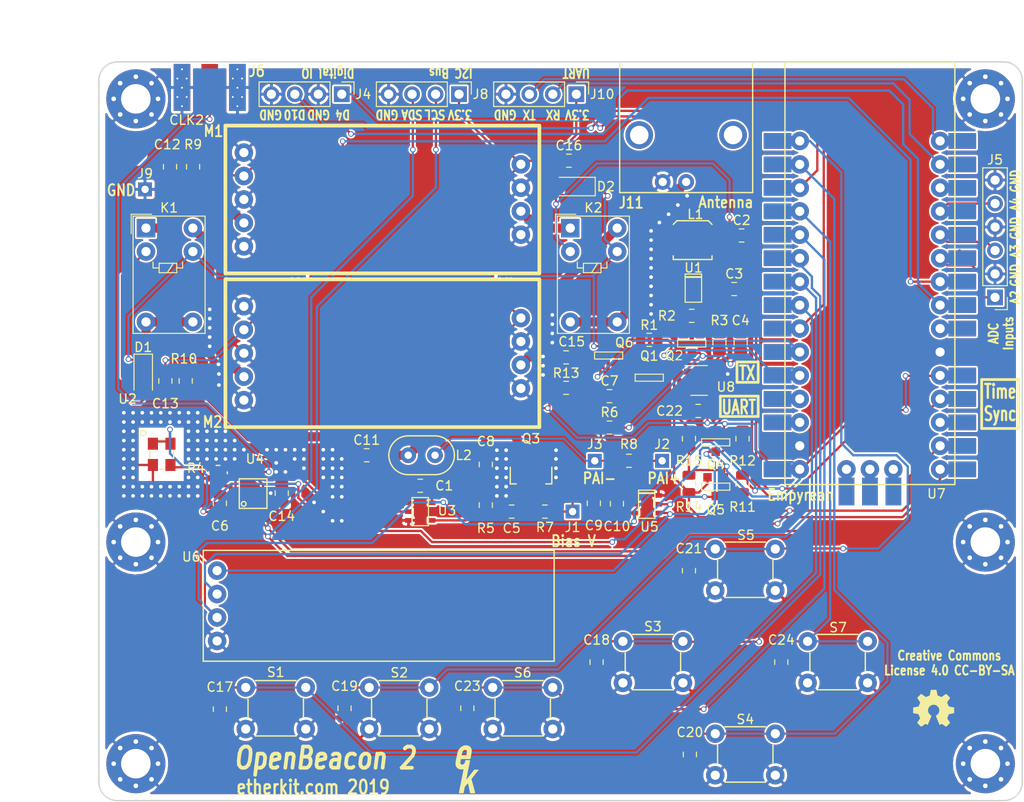
<source format=kicad_pcb>
(kicad_pcb (version 20171130) (host pcbnew 5.1.4-e60b266~84~ubuntu18.04.1)
  (title_block (title "OpenBeacon 2") (date 2019-09-18) (rev B) (company Etherkit) (comment 4 "Creative Commons License 4.0 CC-BY-SA"))
  (layers (0 F.Cu signal) (31 B.Cu signal) (34 B.Paste user) (35 F.Paste user) (36 B.SilkS user) (37 F.SilkS user) (38 B.Mask user) (39 F.Mask user) (44 Edge.Cuts user))
  (net 0 "")
  (net 1 +5V)
  (net 2 GND)
  (net 3 "Net-(C5-Pad1)")
  (net 4 "Net-(C5-Pad2)")
  (net 5 +3.3V)
  (net 6 "Net-(C7-Pad1)")
  (net 7 "Net-(C11-Pad2)")
  (net 8 "Net-(C8-Pad2)")
  (net 9 "Net-(C9-Pad1)")
  (net 10 "Net-(C11-Pad1)")
  (net 11 "Net-(J3-Pad1)")
  (net 12 D10)
  (net 13 "Net-(J6-Pad1)")
  (net 14 SCL)
  (net 15 SDA)
  (net 16 A2)
  (net 17 A3)
  (net 18 A4)
  (net 19 "Net-(L1-Pad1)")
  (net 20 TX)
  (net 21 "Net-(Q1-Pad3)")
  (net 22 SDA_5V)
  (net 23 SCL_5V)
  (net 24 BTN_LEFT)
  (net 25 BTN_DSP_1)
  (net 26 BTN_DOWN)
  (net 27 BTN_UP)
  (net 28 BTN_DSP_2)
  (net 29 BTN_RIGHT)
  (net 30 BTN_BACK)
  (net 31 CLK0)
  (net 32 "Net-(U4-Pad3)")
  (net 33 "Net-(U7-Pad3)")
  (net 34 "Net-(U7-Pad28)")
  (net 35 "Net-(U7-Pad7)")
  (net 36 "Net-(U7-Pad33)")
  (net 37 "Net-(U7-Pad32)")
  (net 38 "Net-(U7-Pad31)")
  (net 39 "Net-(C4-Pad2)")
  (net 40 "Net-(C3-Pad1)")
  (net 41 "Net-(C4-Pad1)")
  (net 42 BAND_ID_1)
  (net 43 BAND_ID_2)
  (net 44 BAND_SW)
  (net 45 "Net-(K1-Pad10)")
  (net 46 BAND_RELAY)
  (net 47 "Net-(K1-Pad1)")
  (net 48 "Net-(J11-Pad1)")
  (net 49 "Net-(K2-Pad1)")
  (net 50 "Net-(K2-Pad10)")
  (net 51 "Net-(R4-Pad1)")
  (net 52 "Net-(R4-Pad2)")
  (net 53 "Net-(U7-Pad27)")
  (net 54 "Net-(U7-Pad13)")
  (net 55 D4)
  (net 56 UART_RX)
  (net 57 UART_TX)
  (net 58 "Net-(U4-Pad9)")
  (module EtherkitKicadLibrary:OSHWLogo4mm (layer F.Cu) (at 190.4 120)
    (fp_text reference G*** hide)
    (fp_text value LOGO hide)
  )
  (module EtherkitKicadLibrary:EtherkitLogoSmall (layer F.Cu) (at 139.9 126.6)
    (fp_text reference Ref** hide)
    (fp_text value Val** hide)
  )
  (module Fiducial:Fiducial_1mm_Dia_2.54mm_Outer_CopperTop (layer F.Cu) (at 104 60)
    (fp_text reference REF** hide)
    (fp_text value Fiducial_1mm_Dia_2.54mm_Outer_CopperTop hide)
    (pad ~ smd circle (at 0 0) (size 1 1) (layers F.Cu F.Mask) (clearance 0.77))
  )
  (module Fiducial:Fiducial_1mm_Dia_2.54mm_Outer_CopperTop (layer F.Cu) (at 196 120)
    (fp_text reference REF** hide)
    (fp_text value Fiducial_1mm_Dia_2.54mm_Outer_CopperTop hide)
    (pad ~ smd circle (at 0 0) (size 1 1) (layers F.Cu F.Mask) (clearance 0.77))
  )
  (module EtherkitKicadLibrary:Empyrean (layer F.Cu) (at 183.5 72.87 180)
    (fp_text reference U7 (at -7.2 -23.9 180) (layer F.SilkS))
    (fp_text value Empyrean hide)
    (pad 1 thru_hole custom (at -7.6 -21.25 180) (size 2 2) (drill 1) (layers *.Cu *.Mask) (net 14 SCL) (options (clearance outline) (anchor circle)) (primitives (gr_poly (pts (xy -3.9 -0.85) (xy -0.9 -0.85) (xy -0.9 0.85) (xy -3.9 0.85)) (width 0))))
    (pad 2 thru_hole custom (at -7.6 -18.71 180) (size 2 2) (drill 1) (layers *.Cu *.Mask) (net 15 SDA) (options (clearance outline) (anchor circle)) (primitives (gr_poly (pts (xy -3.9 -0.85) (xy -0.9 -0.85) (xy -0.9 0.85) (xy -3.9 0.85)) (width 0))))
    (pad 3 thru_hole custom (at -7.6 -16.17 180) (size 2 2) (drill 1) (layers *.Cu *.Mask) (net 33 "Net-(U7-Pad3)") (options (clearance outline) (anchor circle)) (primitives (gr_poly (pts (xy -3.9 -0.85) (xy -0.9 -0.85) (xy -0.9 0.85) (xy -3.9 0.85)) (width 0))))
    (pad 4 thru_hole custom (at -7.6 -13.63 180) (size 2 2) (drill 1) (layers *.Cu *.Mask) (net 1 +5V) (options (clearance outline) (anchor circle)) (primitives (gr_poly (pts (xy -3.9 -0.85) (xy -0.9 -0.85) (xy -0.9 0.85) (xy -3.9 0.85)) (width 0))))
    (pad 5 thru_hole custom (at -7.6 -11.09 180) (size 2 2) (drill 1) (layers *.Cu *.Mask) (net 5 +3.3V) (options (clearance outline) (anchor circle)) (primitives (gr_poly (pts (xy -3.9 -0.85) (xy -0.9 -0.85) (xy -0.9 0.85) (xy -3.9 0.85)) (width 0))))
    (pad 6 thru_hole custom (at -7.6 -8.55 180) (size 2 2) (drill 1) (layers *.Cu *.Mask) (net 2 GND) (options (clearance outline) (anchor circle)) (primitives (gr_poly (pts (xy -3.9 -0.85) (xy -0.9 -0.85) (xy -0.9 0.85) (xy -3.9 0.85)) (width 0))))
    (pad 7 thru_hole custom (at -7.6 -6.01 180) (size 2 2) (drill 1) (layers *.Cu *.Mask) (net 35 "Net-(U7-Pad7)") (options (clearance outline) (anchor circle)) (primitives (gr_poly (pts (xy -3.9 -0.85) (xy -0.9 -0.85) (xy -0.9 0.85) (xy -3.9 0.85)) (width 0))))
    (pad 8 thru_hole custom (at -7.6 -3.47 180) (size 2 2) (drill 1) (layers *.Cu *.Mask) (net 42 BAND_ID_1) (options (clearance outline) (anchor circle)) (primitives (gr_poly (pts (xy -3.9 -0.85) (xy -0.9 -0.85) (xy -0.9 0.85) (xy -3.9 0.85)) (width 0))))
    (pad 9 thru_hole custom (at -7.6 -0.93 180) (size 2 2) (drill 1) (layers *.Cu *.Mask) (net 43 BAND_ID_2) (options (clearance outline) (anchor circle)) (primitives (gr_poly (pts (xy -3.9 -0.85) (xy -0.9 -0.85) (xy -0.9 0.85) (xy -3.9 0.85)) (width 0))))
    (pad 10 thru_hole custom (at -7.6 1.61 180) (size 2 2) (drill 1) (layers *.Cu *.Mask) (net 16 A2) (options (clearance outline) (anchor circle)) (primitives (gr_poly (pts (xy -3.9 -0.85) (xy -0.9 -0.85) (xy -0.9 0.85) (xy -3.9 0.85)) (width 0))))
    (pad 11 thru_hole custom (at -7.6 4.15 180) (size 2 2) (drill 1) (layers *.Cu *.Mask) (net 17 A3) (options (clearance outline) (anchor circle)) (primitives (gr_poly (pts (xy -3.9 -0.85) (xy -0.9 -0.85) (xy -0.9 0.85) (xy -3.9 0.85)) (width 0))))
    (pad 12 thru_hole custom (at -7.6 6.69 180) (size 2 2) (drill 1) (layers *.Cu *.Mask) (net 18 A4) (options (clearance outline) (anchor circle)) (primitives (gr_poly (pts (xy -3.9 -0.85) (xy -0.9 -0.85) (xy -0.9 0.85) (xy -3.9 0.85)) (width 0))))
    (pad 13 thru_hole custom (at -7.6 9.23 180) (size 2 2) (drill 1) (layers *.Cu *.Mask) (net 54 "Net-(U7-Pad13)") (options (clearance outline) (anchor circle)) (primitives (gr_poly (pts (xy -3.9 -0.85) (xy -0.9 -0.85) (xy -0.9 0.85) (xy -3.9 0.85)) (width 0))))
    (pad 14 thru_hole custom (at -7.6 11.77 180) (size 2 2) (drill 1) (layers *.Cu *.Mask) (net 56 UART_RX) (options (clearance outline) (anchor circle)) (primitives (gr_poly (pts (xy -3.9 -0.85) (xy -0.9 -0.85) (xy -0.9 0.85) (xy -3.9 0.85)) (width 0))))
    (pad 15 thru_hole custom (at -7.6 14.31 180) (size 2 2) (drill 1) (layers *.Cu *.Mask) (net 57 UART_TX) (options (clearance outline) (anchor circle)) (primitives (gr_poly (pts (xy -3.9 -0.85) (xy -0.9 -0.85) (xy -0.9 0.85) (xy -3.9 0.85)) (width 0))))
    (pad 16 thru_hole custom (at 7.6 14.31) (size 2 2) (drill 1) (layers *.Cu *.Mask) (net 27 BTN_UP) (options (clearance outline) (anchor circle)) (primitives (gr_poly (pts (xy -3.9 -0.85) (xy -0.9 -0.85) (xy -0.9 0.85) (xy -3.9 0.85)) (width 0))))
    (pad 17 thru_hole custom (at 7.6 11.77) (size 2 2) (drill 1) (layers *.Cu *.Mask) (net 26 BTN_DOWN) (options (clearance outline) (anchor circle)) (primitives (gr_poly (pts (xy -3.9 -0.85) (xy -0.9 -0.85) (xy -0.9 0.85) (xy -3.9 0.85)) (width 0))))
    (pad 18 thru_hole custom (at 7.6 9.23) (size 2 2) (drill 1) (layers *.Cu *.Mask) (net 55 D4) (options (clearance outline) (anchor circle)) (primitives (gr_poly (pts (xy -3.9 -0.85) (xy -0.9 -0.85) (xy -0.9 0.85) (xy -3.9 0.85)) (width 0))))
    (pad 19 thru_hole custom (at 7.6 6.69) (size 2 2) (drill 1) (layers *.Cu *.Mask) (net 29 BTN_RIGHT) (options (clearance outline) (anchor circle)) (primitives (gr_poly (pts (xy -3.9 -0.85) (xy -0.9 -0.85) (xy -0.9 0.85) (xy -3.9 0.85)) (width 0))))
    (pad 20 thru_hole custom (at 7.6 4.15) (size 2 2) (drill 1) (layers *.Cu *.Mask) (net 30 BTN_BACK) (options (clearance outline) (anchor circle)) (primitives (gr_poly (pts (xy -3.9 -0.85) (xy -0.9 -0.85) (xy -0.9 0.85) (xy -3.9 0.85)) (width 0))))
    (pad 21 thru_hole custom (at 7.6 1.61) (size 2 2) (drill 1) (layers *.Cu *.Mask) (net 24 BTN_LEFT) (options (clearance outline) (anchor circle)) (primitives (gr_poly (pts (xy -3.9 -0.85) (xy -0.9 -0.85) (xy -0.9 0.85) (xy -3.9 0.85)) (width 0))))
    (pad 22 thru_hole custom (at 7.6 -0.93) (size 2 2) (drill 1) (layers *.Cu *.Mask) (net 25 BTN_DSP_1) (options (clearance outline) (anchor circle)) (primitives (gr_poly (pts (xy -3.9 -0.85) (xy -0.9 -0.85) (xy -0.9 0.85) (xy -3.9 0.85)) (width 0))))
    (pad 23 thru_hole custom (at 7.6 -3.47) (size 2 2) (drill 1) (layers *.Cu *.Mask) (net 28 BTN_DSP_2) (options (clearance outline) (anchor circle)) (primitives (gr_poly (pts (xy -3.9 -0.85) (xy -0.9 -0.85) (xy -0.9 0.85) (xy -3.9 0.85)) (width 0))))
    (pad 24 thru_hole custom (at 7.6 -6.01) (size 2 2) (drill 1) (layers *.Cu *.Mask) (net 12 D10) (options (clearance outline) (anchor circle)) (primitives (gr_poly (pts (xy -3.9 -0.85) (xy -0.9 -0.85) (xy -0.9 0.85) (xy -3.9 0.85)) (width 0))))
    (pad 25 thru_hole custom (at 7.6 -8.55) (size 2 2) (drill 1) (layers *.Cu *.Mask) (net 44 BAND_SW) (options (clearance outline) (anchor circle)) (primitives (gr_poly (pts (xy -3.9 -0.85) (xy -0.9 -0.85) (xy -0.9 0.85) (xy -3.9 0.85)) (width 0))))
    (pad 26 thru_hole custom (at 7.6 -11.09) (size 2 2) (drill 1) (layers *.Cu *.Mask) (net 20 TX) (options (clearance outline) (anchor circle)) (primitives (gr_poly (pts (xy -3.9 -0.85) (xy -0.9 -0.85) (xy -0.9 0.85) (xy -3.9 0.85)) (width 0))))
    (pad 27 thru_hole custom (at 7.6 -13.63) (size 2 2) (drill 1) (layers *.Cu *.Mask) (net 53 "Net-(U7-Pad27)") (options (clearance outline) (anchor circle)) (primitives (gr_poly (pts (xy -3.9 -0.85) (xy -0.9 -0.85) (xy -0.9 0.85) (xy -3.9 0.85)) (width 0))))
    (pad 28 thru_hole custom (at 7.6 -16.17) (size 2 2) (drill 1) (layers *.Cu *.Mask) (net 34 "Net-(U7-Pad28)") (options (clearance outline) (anchor circle)) (primitives (gr_poly (pts (xy -3.9 -0.85) (xy -0.9 -0.85) (xy -0.9 0.85) (xy -3.9 0.85)) (width 0))))
    (pad 29 thru_hole custom (at 7.6 -18.71) (size 2 2) (drill 1) (layers *.Cu *.Mask) (net 2 GND) (options (clearance outline) (anchor circle)) (primitives (gr_poly (pts (xy -3.9 -0.85) (xy -0.9 -0.85) (xy -0.9 0.85) (xy -3.9 0.85)) (width 0))))
    (pad 30 thru_hole custom (at 7.6 -21.25) (size 2 2) (drill 1) (layers *.Cu *.Mask) (net 5 +3.3V) (options (clearance outline) (anchor circle)) (primitives (gr_poly (pts (xy -3.9 -0.85) (xy -0.9 -0.85) (xy -0.9 0.85) (xy -3.9 0.85)) (width 0))))
    (pad 31 thru_hole custom (at 2.54 -21.25 90) (size 2 2) (drill 1) (layers *.Cu *.Mask) (net 38 "Net-(U7-Pad31)") (options (clearance outline) (anchor circle)) (primitives (gr_poly (pts (xy -3.9 -0.85) (xy -0.9 -0.85) (xy -0.9 0.85) (xy -3.9 0.85)) (width 0))))
    (pad 32 thru_hole custom (at 0 -21.25 90) (size 2 2) (drill 1) (layers *.Cu *.Mask) (net 37 "Net-(U7-Pad32)") (options (clearance outline) (anchor circle)) (primitives (gr_poly (pts (xy -3.9 -0.85) (xy -0.9 -0.85) (xy -0.9 0.85) (xy -3.9 0.85)) (width 0))))
    (pad 33 thru_hole custom (at -2.54 -21.25 90) (size 2 2) (drill 1) (layers *.Cu *.Mask) (net 36 "Net-(U7-Pad33)") (options (clearance outline) (anchor circle)) (primitives (gr_poly (pts (xy -3.9 -0.85) (xy -0.9 -0.85) (xy -0.9 0.85) (xy -3.9 0.85)) (width 0))))
  )
  (module EtherkitKicadLibrary:SOT89-3 (layer F.Cu) (at 146.8 94.4 180)
    (fp_text reference Q3 (at 0 3.6 180) (layer F.SilkS))
    (fp_text value 2SK3074 hide)
    (pad 3 smd rect (at 1.50114 1.85166 180) (size 1.00076 1.50114) (layers F.Cu F.Paste F.Mask) (net 7 "Net-(C11-Pad2)"))
    (pad 2 smd rect (at -1.50114 1.85166 180) (size 1.00076 1.50114) (layers F.Cu F.Paste F.Mask) (net 3 "Net-(C5-Pad1)"))
    (pad 1 smd custom (at 0 1.8 180) (size 1 1) (layers F.Cu F.Paste F.Mask) (net 2 GND) (options (clearance outline) (anchor rect)) (primitives (gr_poly (pts (xy -1 -4.4) (xy 1 -4.4) (xy 1 -1.4) (xy 0.5 -0.7) (xy 0.5 0.8) (xy -0.5 0.8) (xy -0.5 -0.7) (xy -1 -1.4)) (width 0.15))))
  )
  (module EtherkitKicadLibrary:LPFModule (layer F.Cu) (at 130.7 64.9)
    (fp_text reference M1 (at -18.3 -7.4) (layer F.SilkS) (effects (font (size 1.2 1) (thickness 0.2))))
    (fp_text value "LPF 1" hide)
    (pad 2 thru_hole circle (at -15 -2.54) (size 2 2) (drill 1) (layers *.Cu *.Mask) (net 42 BAND_ID_1))
    (pad 8 thru_hole circle (at 15 -1.27) (size 2 2) (drill 1) (layers *.Cu *.Mask) (net 2 GND))
    (pad 1 thru_hole circle (at -15 -5.08) (size 2 2) (drill 1) (layers *.Cu *.Mask) (net 2 GND))
    (pad 3 thru_hole circle (at -15 0) (size 2 2) (drill 1) (layers *.Cu *.Mask) (net 2 GND))
    (pad 9 thru_hole circle (at 15 -3.81) (size 2 2) (drill 1) (layers *.Cu *.Mask) (net 5 +3.3V))
    (pad 7 thru_hole circle (at 15 1.27) (size 2 2) (drill 1) (layers *.Cu *.Mask) (net 49 "Net-(K2-Pad1)"))
    (pad 4 thru_hole circle (at -15 2.54) (size 2 2) (drill 1) (layers *.Cu *.Mask) (net 47 "Net-(K1-Pad1)"))
    (pad 6 thru_hole circle (at 15 3.81) (size 2 2) (drill 1) (layers *.Cu *.Mask) (net 2 GND))
    (pad 5 thru_hole circle (at -15 5.08) (size 2 2) (drill 1) (layers *.Cu *.Mask) (net 2 GND))
  )
  (module MountingHole:MountingHole_3.2mm_M3_Pad_Via (layer F.Cu) (at 196 102)
    (fp_text reference REF** hide)
    (fp_text value MountingHole_3.2mm_M3_Pad_Via hide)
    (pad 1 thru_hole circle (at 0 0) (size 6.4 6.4) (drill 3.2) (layers *.Cu *.Mask) (net 2 GND))
    (pad 1 thru_hole circle (at 2.4 0) (size 0.8 0.8) (drill 0.5) (layers *.Cu *.Mask))
    (pad 1 thru_hole circle (at 1.697056 1.697056) (size 0.8 0.8) (drill 0.5) (layers *.Cu *.Mask))
    (pad 1 thru_hole circle (at 0 2.4) (size 0.8 0.8) (drill 0.5) (layers *.Cu *.Mask))
    (pad 1 thru_hole circle (at -1.697056 1.697056) (size 0.8 0.8) (drill 0.5) (layers *.Cu *.Mask))
    (pad 1 thru_hole circle (at -2.4 0) (size 0.8 0.8) (drill 0.5) (layers *.Cu *.Mask))
    (pad 1 thru_hole circle (at -1.697056 -1.697056) (size 0.8 0.8) (drill 0.5) (layers *.Cu *.Mask))
    (pad 1 thru_hole circle (at 0 -2.4) (size 0.8 0.8) (drill 0.5) (layers *.Cu *.Mask))
    (pad 1 thru_hole circle (at 1.697056 -1.697056) (size 0.8 0.8) (drill 0.5) (layers *.Cu *.Mask))
  )
  (module MountingHole:MountingHole_3.2mm_M3_Pad_Via (layer F.Cu) (at 104 102)
    (fp_text reference REF** hide)
    (fp_text value MountingHole_3.2mm_M3_Pad_Via hide)
    (pad 1 thru_hole circle (at 1.697056 -1.697056) (size 0.8 0.8) (drill 0.5) (layers *.Cu *.Mask))
    (pad 1 thru_hole circle (at 0 -2.4) (size 0.8 0.8) (drill 0.5) (layers *.Cu *.Mask))
    (pad 1 thru_hole circle (at -1.697056 -1.697056) (size 0.8 0.8) (drill 0.5) (layers *.Cu *.Mask))
    (pad 1 thru_hole circle (at -2.4 0) (size 0.8 0.8) (drill 0.5) (layers *.Cu *.Mask))
    (pad 1 thru_hole circle (at -1.697056 1.697056) (size 0.8 0.8) (drill 0.5) (layers *.Cu *.Mask))
    (pad 1 thru_hole circle (at 0 2.4) (size 0.8 0.8) (drill 0.5) (layers *.Cu *.Mask))
    (pad 1 thru_hole circle (at 1.697056 1.697056) (size 0.8 0.8) (drill 0.5) (layers *.Cu *.Mask))
    (pad 1 thru_hole circle (at 2.4 0) (size 0.8 0.8) (drill 0.5) (layers *.Cu *.Mask))
    (pad 1 thru_hole circle (at 0 0) (size 6.4 6.4) (drill 3.2) (layers *.Cu *.Mask) (net 2 GND))
  )
  (module MountingHole:MountingHole_3.2mm_M3_Pad_Via (layer F.Cu) (at 104 54)
    (fp_text reference REF** hide)
    (fp_text value MountingHole_3.2mm_M3_Pad_Via hide)
    (pad 1 thru_hole circle (at 0 0) (size 6.4 6.4) (drill 3.2) (layers *.Cu *.Mask) (net 2 GND))
    (pad 1 thru_hole circle (at 2.4 0) (size 0.8 0.8) (drill 0.5) (layers *.Cu *.Mask))
    (pad 1 thru_hole circle (at 1.697056 1.697056) (size 0.8 0.8) (drill 0.5) (layers *.Cu *.Mask))
    (pad 1 thru_hole circle (at 0 2.4) (size 0.8 0.8) (drill 0.5) (layers *.Cu *.Mask))
    (pad 1 thru_hole circle (at -1.697056 1.697056) (size 0.8 0.8) (drill 0.5) (layers *.Cu *.Mask))
    (pad 1 thru_hole circle (at -2.4 0) (size 0.8 0.8) (drill 0.5) (layers *.Cu *.Mask))
    (pad 1 thru_hole circle (at -1.697056 -1.697056) (size 0.8 0.8) (drill 0.5) (layers *.Cu *.Mask))
    (pad 1 thru_hole circle (at 0 -2.4) (size 0.8 0.8) (drill 0.5) (layers *.Cu *.Mask))
    (pad 1 thru_hole circle (at 1.697056 -1.697056) (size 0.8 0.8) (drill 0.5) (layers *.Cu *.Mask))
  )
  (module MountingHole:MountingHole_3.2mm_M3_Pad_Via (layer F.Cu) (at 196 54)
    (fp_text reference REF** hide)
    (fp_text value MountingHole_3.2mm_M3_Pad_Via hide)
    (pad 1 thru_hole circle (at 1.697056 -1.697056) (size 0.8 0.8) (drill 0.5) (layers *.Cu *.Mask))
    (pad 1 thru_hole circle (at 0 -2.4) (size 0.8 0.8) (drill 0.5) (layers *.Cu *.Mask))
    (pad 1 thru_hole circle (at -1.697056 -1.697056) (size 0.8 0.8) (drill 0.5) (layers *.Cu *.Mask))
    (pad 1 thru_hole circle (at -2.4 0) (size 0.8 0.8) (drill 0.5) (layers *.Cu *.Mask))
    (pad 1 thru_hole circle (at -1.697056 1.697056) (size 0.8 0.8) (drill 0.5) (layers *.Cu *.Mask))
    (pad 1 thru_hole circle (at 0 2.4) (size 0.8 0.8) (drill 0.5) (layers *.Cu *.Mask))
    (pad 1 thru_hole circle (at 1.697056 1.697056) (size 0.8 0.8) (drill 0.5) (layers *.Cu *.Mask))
    (pad 1 thru_hole circle (at 2.4 0) (size 0.8 0.8) (drill 0.5) (layers *.Cu *.Mask))
    (pad 1 thru_hole circle (at 0 0) (size 6.4 6.4) (drill 3.2) (layers *.Cu *.Mask) (net 2 GND))
  )
  (module MountingHole:MountingHole_3.2mm_M3_Pad_Via (layer F.Cu) (at 196 126)
    (fp_text reference REF** hide)
    (fp_text value MountingHole_3.2mm_M3_Pad_Via hide)
    (pad 1 thru_hole circle (at 0 0) (size 6.4 6.4) (drill 3.2) (layers *.Cu *.Mask) (net 2 GND))
    (pad 1 thru_hole circle (at 2.4 0) (size 0.8 0.8) (drill 0.5) (layers *.Cu *.Mask))
    (pad 1 thru_hole circle (at 1.697056 1.697056) (size 0.8 0.8) (drill 0.5) (layers *.Cu *.Mask))
    (pad 1 thru_hole circle (at 0 2.4) (size 0.8 0.8) (drill 0.5) (layers *.Cu *.Mask))
    (pad 1 thru_hole circle (at -1.697056 1.697056) (size 0.8 0.8) (drill 0.5) (layers *.Cu *.Mask))
    (pad 1 thru_hole circle (at -2.4 0) (size 0.8 0.8) (drill 0.5) (layers *.Cu *.Mask))
    (pad 1 thru_hole circle (at -1.697056 -1.697056) (size 0.8 0.8) (drill 0.5) (layers *.Cu *.Mask))
    (pad 1 thru_hole circle (at 0 -2.4) (size 0.8 0.8) (drill 0.5) (layers *.Cu *.Mask))
    (pad 1 thru_hole circle (at 1.697056 -1.697056) (size 0.8 0.8) (drill 0.5) (layers *.Cu *.Mask))
  )
  (module EtherkitKicadLibrary:BN2402 (layer F.Cu) (at 138.5 92.6 90)
    (fp_text reference L2 (at 0 1 180) (layer F.SilkS))
    (fp_text value "FB2402-61 5T" hide)
    (pad 1 thru_hole circle (at 0 -2.1 90) (size 1.7 1.7) (drill 0.8) (layers *.Cu *.Mask) (net 11 "Net-(J3-Pad1)"))
    (pad 2 thru_hole circle (at 0 -5 90) (size 1.7 1.7) (drill 0.8) (layers *.Cu *.Mask) (net 7 "Net-(C11-Pad2)"))
  )
  (module EtherkitKicadLibrary:BNC-AMPHENOL-31-5431-10RFX (layer F.Cu) (at 163.6 50.05 180)
    (fp_text reference J11 (at 5.95 -15.2 180) (layer F.SilkS) (effects (font (size 1.2 1) (thickness 0.2))))
    (fp_text value BNC hide)
    (pad 2 thru_hole circle (at 2.54 -12.94892 180) (size 1.7 1.7) (drill 0.9) (layers *.Cu *.Mask) (net 2 GND))
    (pad 1 thru_hole circle (at 0 -12.94892 180) (size 1.7 1.7) (drill 0.9) (layers *.Cu *.Mask) (net 48 "Net-(J11-Pad1)"))
    (pad "" thru_hole circle (at -5.08 -7.86892 180) (size 2.99974 2.99974) (drill 1.99898) (layers *.Cu *.Mask))
    (pad "" thru_hole circle (at 5.08 -7.86892 180) (size 2.99974 2.99974) (drill 1.99898) (layers *.Cu *.Mask))
  )
  (module EtherkitKicadLibrary:Murata100M (layer F.Cu) (at 164.3 69.3)
    (fp_text reference L1 (at 0.3 -2.8) (layer F.SilkS))
    (fp_text value FDSD0420-H-100M-P3 hide)
    (pad 2 smd rect (at 2 0) (size 1.9 3) (layers F.Cu F.Paste F.Mask) (net 1 +5V))
    (pad 1 smd rect (at -2 0) (size 1.9 3) (layers F.Cu F.Paste F.Mask) (net 19 "Net-(L1-Pad1)"))
  )
  (module Capacitor_SMD:C_0805_2012Metric (layer F.Cu) (at 169.6 68.8)
    (fp_text reference C2 (at 0 -1.65) (layer F.SilkS))
    (fp_text value 2.2u hide)
    (pad 2 smd roundrect (at 0.9375 0) (size 0.975 1.4) (layers F.Cu F.Paste F.Mask) (net 2 GND))
    (pad 1 smd roundrect (at -0.9375 0) (size 0.975 1.4) (layers F.Cu F.Paste F.Mask) (net 1 +5V))
  )
  (module Capacitor_SMD:C_0805_2012Metric (layer F.Cu) (at 168.8 74.6)
    (fp_text reference C3 (at 0 -1.65) (layer F.SilkS))
    (fp_text value 10u hide)
    (pad 2 smd roundrect (at 0.9375 0) (size 0.975 1.4) (layers F.Cu F.Paste F.Mask) (net 2 GND))
    (pad 1 smd roundrect (at -0.9375 0) (size 0.975 1.4) (layers F.Cu F.Paste F.Mask) (net 40 "Net-(C3-Pad1)"))
  )
  (module Capacitor_SMD:C_0805_2012Metric (layer F.Cu) (at 169.5 80.4 90)
    (fp_text reference C4 (at 2.4 0 180) (layer F.SilkS))
    (fp_text value 10n hide)
    (pad 2 smd roundrect (at 0.9375 0 90) (size 0.975 1.4) (layers F.Cu F.Paste F.Mask) (net 39 "Net-(C4-Pad2)"))
    (pad 1 smd roundrect (at -0.9375 0 90) (size 0.975 1.4) (layers F.Cu F.Paste F.Mask) (net 41 "Net-(C4-Pad1)"))
  )
  (module Capacitor_SMD:C_0805_2012Metric (layer F.Cu) (at 144.7 98.7 180)
    (fp_text reference C5 (at 0 -1.8 180) (layer F.SilkS))
    (fp_text value 100n hide)
    (pad 2 smd roundrect (at 0.9375 0 180) (size 0.975 1.4) (layers F.Cu F.Paste F.Mask) (net 4 "Net-(C5-Pad2)"))
    (pad 1 smd roundrect (at -0.9375 0 180) (size 0.975 1.4) (layers F.Cu F.Paste F.Mask) (net 3 "Net-(C5-Pad1)"))
  )
  (module Capacitor_SMD:C_0805_2012Metric (layer F.Cu) (at 113.1 97.8 90)
    (fp_text reference C6 (at -2.45 0 180) (layer F.SilkS))
    (fp_text value 100n hide)
    (pad 2 smd roundrect (at 0.9375 0 90) (size 0.975 1.4) (layers F.Cu F.Paste F.Mask) (net 2 GND))
    (pad 1 smd roundrect (at -0.9375 0 90) (size 0.975 1.4) (layers F.Cu F.Paste F.Mask) (net 5 +3.3V))
  )
  (module Capacitor_SMD:C_0805_2012Metric (layer F.Cu) (at 155.3 86.2)
    (fp_text reference C7 (at 0 -1.65) (layer F.SilkS))
    (fp_text value 1u hide)
    (pad 2 smd roundrect (at 0.9375 0) (size 0.975 1.4) (layers F.Cu F.Paste F.Mask) (net 2 GND))
    (pad 1 smd roundrect (at -0.9375 0) (size 0.975 1.4) (layers F.Cu F.Paste F.Mask) (net 6 "Net-(C7-Pad1)"))
  )
  (module Capacitor_SMD:C_0805_2012Metric (layer F.Cu) (at 141.9 93.6 270)
    (fp_text reference C8 (at -2.5 0) (layer F.SilkS))
    (fp_text value 100n hide)
    (pad 2 smd roundrect (at 0.9375 0 270) (size 0.975 1.4) (layers F.Cu F.Paste F.Mask) (net 8 "Net-(C8-Pad2)"))
    (pad 1 smd roundrect (at -0.9375 0 270) (size 0.975 1.4) (layers F.Cu F.Paste F.Mask) (net 7 "Net-(C11-Pad2)"))
  )
  (module Capacitor_SMD:C_0805_2012Metric (layer F.Cu) (at 153.6 97.8 270)
    (fp_text reference C9 (at 2.4 0) (layer F.SilkS))
    (fp_text value 1u hide)
    (pad 2 smd roundrect (at 0.9375 0 270) (size 0.975 1.4) (layers F.Cu F.Paste F.Mask) (net 2 GND))
    (pad 1 smd roundrect (at -0.9375 0 270) (size 0.975 1.4) (layers F.Cu F.Paste F.Mask) (net 9 "Net-(C9-Pad1)"))
  )
  (module Capacitor_SMD:C_0805_2012Metric (layer F.Cu) (at 156.1 97.85 90)
    (fp_text reference C10 (at -2.45 0 180) (layer F.SilkS))
    (fp_text value 100n hide)
    (pad 2 smd roundrect (at 0.9375 0 90) (size 0.975 1.4) (layers F.Cu F.Paste F.Mask) (net 2 GND))
    (pad 1 smd roundrect (at -0.9375 0 90) (size 0.975 1.4) (layers F.Cu F.Paste F.Mask) (net 1 +5V))
  )
  (module Capacitor_SMD:C_0805_2012Metric (layer F.Cu) (at 129 92.6)
    (fp_text reference C11 (at 0 -1.65) (layer F.SilkS))
    (fp_text value 100n hide)
    (pad 2 smd roundrect (at 0.9375 0) (size 0.975 1.4) (layers F.Cu F.Paste F.Mask) (net 7 "Net-(C11-Pad2)"))
    (pad 1 smd roundrect (at -0.9375 0) (size 0.975 1.4) (layers F.Cu F.Paste F.Mask) (net 10 "Net-(C11-Pad1)"))
  )
  (module Capacitor_SMD:C_0805_2012Metric (layer F.Cu) (at 107.7 61.35 90)
    (fp_text reference C12 (at 2.4 -0.3 180) (layer F.SilkS))
    (fp_text value 100n hide)
    (pad 2 smd roundrect (at 0.9375 0 90) (size 0.975 1.4) (layers F.Cu F.Paste F.Mask) (net 2 GND))
    (pad 1 smd roundrect (at -0.9375 0 90) (size 0.975 1.4) (layers F.Cu F.Paste F.Mask) (net 42 BAND_ID_1))
  )
  (module Capacitor_SMD:C_0805_2012Metric (layer F.Cu) (at 107.2 84.55 270)
    (fp_text reference C13 (at 2.45 0) (layer F.SilkS))
    (fp_text value 100n hide)
    (pad 2 smd roundrect (at 0.9375 0 270) (size 0.975 1.4) (layers F.Cu F.Paste F.Mask) (net 2 GND))
    (pad 1 smd roundrect (at -0.9375 0 270) (size 0.975 1.4) (layers F.Cu F.Paste F.Mask) (net 43 BAND_ID_2))
  )
  (module Capacitor_SMD:C_0805_2012Metric (layer F.Cu) (at 119.8 96.7 270)
    (fp_text reference C14 (at 2.5 0) (layer F.SilkS))
    (fp_text value 100n hide)
    (pad 2 smd roundrect (at 0.9375 0 270) (size 0.975 1.4) (layers F.Cu F.Paste F.Mask) (net 2 GND))
    (pad 1 smd roundrect (at -0.9375 0 270) (size 0.975 1.4) (layers F.Cu F.Paste F.Mask) (net 5 +3.3V))
  )
  (module Capacitor_SMD:C_0805_2012Metric (layer F.Cu) (at 150.6 82)
    (fp_text reference C15 (at 0.6 -1.7) (layer F.SilkS))
    (fp_text value 4.7u hide)
    (pad 2 smd roundrect (at 0.9375 0) (size 0.975 1.4) (layers F.Cu F.Paste F.Mask) (net 2 GND))
    (pad 1 smd roundrect (at -0.9375 0) (size 0.975 1.4) (layers F.Cu F.Paste F.Mask) (net 5 +3.3V))
  )
  (module Capacitor_SMD:C_0805_2012Metric (layer F.Cu) (at 150.9 60.7)
    (fp_text reference C16 (at 0 -1.65) (layer F.SilkS))
    (fp_text value 4.7u hide)
    (pad 2 smd roundrect (at 0.9375 0) (size 0.975 1.4) (layers F.Cu F.Paste F.Mask) (net 2 GND))
    (pad 1 smd roundrect (at -0.9375 0) (size 0.975 1.4) (layers F.Cu F.Paste F.Mask) (net 5 +3.3V))
  )
  (module Capacitor_SMD:C_0805_2012Metric (layer F.Cu) (at 113.1 120.1 270)
    (fp_text reference C17 (at -2.4 0) (layer F.SilkS))
    (fp_text value 100n hide)
    (pad 2 smd roundrect (at 0.9375 0 270) (size 0.975 1.4) (layers F.Cu F.Paste F.Mask) (net 2 GND))
    (pad 1 smd roundrect (at -0.9375 0 270) (size 0.975 1.4) (layers F.Cu F.Paste F.Mask) (net 25 BTN_DSP_1))
  )
  (module Capacitor_SMD:C_0805_2012Metric (layer F.Cu) (at 153.9 115 270)
    (fp_text reference C18 (at -2.4 0) (layer F.SilkS))
    (fp_text value 100n hide)
    (pad 2 smd roundrect (at 0.9375 0 270) (size 0.975 1.4) (layers F.Cu F.Paste F.Mask) (net 2 GND))
    (pad 1 smd roundrect (at -0.9375 0 270) (size 0.975 1.4) (layers F.Cu F.Paste F.Mask) (net 24 BTN_LEFT))
  )
  (module Capacitor_SMD:C_0805_2012Metric (layer F.Cu) (at 126.6 120 270)
    (fp_text reference C19 (at -2.4 0) (layer F.SilkS))
    (fp_text value 100n hide)
    (pad 2 smd roundrect (at 0.9375 0 270) (size 0.975 1.4) (layers F.Cu F.Paste F.Mask) (net 2 GND))
    (pad 1 smd roundrect (at -0.9375 0 270) (size 0.975 1.4) (layers F.Cu F.Paste F.Mask) (net 28 BTN_DSP_2))
  )
  (module Capacitor_SMD:C_0805_2012Metric (layer F.Cu) (at 164 125 270)
    (fp_text reference C20 (at -2.4 0) (layer F.SilkS))
    (fp_text value 100n hide)
    (pad 2 smd roundrect (at 0.9375 0 270) (size 0.975 1.4) (layers F.Cu F.Paste F.Mask) (net 2 GND))
    (pad 1 smd roundrect (at -0.9375 0 270) (size 0.975 1.4) (layers F.Cu F.Paste F.Mask) (net 26 BTN_DOWN))
  )
  (module Capacitor_SMD:C_0805_2012Metric (layer F.Cu) (at 163.9 105.1 270)
    (fp_text reference C21 (at -2.4 0) (layer F.SilkS))
    (fp_text value 100n hide)
    (pad 2 smd roundrect (at 0.9375 0 270) (size 0.975 1.4) (layers F.Cu F.Paste F.Mask) (net 2 GND))
    (pad 1 smd roundrect (at -0.9375 0 270) (size 0.975 1.4) (layers F.Cu F.Paste F.Mask) (net 27 BTN_UP))
  )
  (module Capacitor_SMD:C_0805_2012Metric (layer F.Cu) (at 164.9 87.8 180)
    (fp_text reference C22 (at 3.1 0 180) (layer F.SilkS))
    (fp_text value 100n hide)
    (pad 2 smd roundrect (at 0.9375 0 180) (size 0.975 1.4) (layers F.Cu F.Paste F.Mask) (net 2 GND))
    (pad 1 smd roundrect (at -0.9375 0 180) (size 0.975 1.4) (layers F.Cu F.Paste F.Mask) (net 5 +3.3V))
  )
  (module Capacitor_SMD:C_0805_2012Metric (layer F.Cu) (at 139.9 120 270)
    (fp_text reference C23 (at -2.4 0) (layer F.SilkS))
    (fp_text value 100n hide)
    (pad 2 smd roundrect (at 0.9375 0 270) (size 0.975 1.4) (layers F.Cu F.Paste F.Mask) (net 2 GND))
    (pad 1 smd roundrect (at -0.9375 0 270) (size 0.975 1.4) (layers F.Cu F.Paste F.Mask) (net 30 BTN_BACK))
  )
  (module Capacitor_SMD:C_0805_2012Metric (layer F.Cu) (at 173.9 115 270)
    (fp_text reference C24 (at -2.4 0) (layer F.SilkS))
    (fp_text value 100n hide)
    (pad 2 smd roundrect (at 0.9375 0 270) (size 0.975 1.4) (layers F.Cu F.Paste F.Mask) (net 2 GND))
    (pad 1 smd roundrect (at -0.9375 0 270) (size 0.975 1.4) (layers F.Cu F.Paste F.Mask) (net 29 BTN_RIGHT))
  )
  (module Capacitor_SMD:C_0805_2012Metric (layer F.Cu) (at 134.8 95.9 180)
    (fp_text reference C1 (at -2.6 0 180) (layer F.SilkS))
    (fp_text value 100n hide)
    (pad 2 smd roundrect (at 0.9375 0 180) (size 0.975 1.4) (layers F.Cu F.Paste F.Mask) (net 2 GND))
    (pad 1 smd roundrect (at -0.9375 0 180) (size 0.975 1.4) (layers F.Cu F.Paste F.Mask) (net 1 +5V))
  )
  (module Connector_PinHeader_2.54mm:PinHeader_1x04_P2.54mm_Vertical (layer F.Cu) (at 151.7 53.5 270)
    (fp_text reference J10 (at 0 -2.8) (layer F.SilkS))
    (fp_text value UART hide)
    (pad 4 thru_hole oval (at 0 7.62 270) (size 1.7 1.7) (drill 1) (layers *.Cu *.Mask) (net 2 GND))
    (pad 3 thru_hole oval (at 0 5.08 270) (size 1.7 1.7) (drill 1) (layers *.Cu *.Mask) (net 57 UART_TX))
    (pad 2 thru_hole oval (at 0 2.54 270) (size 1.7 1.7) (drill 1) (layers *.Cu *.Mask) (net 56 UART_RX))
    (pad 1 thru_hole rect (at 0 0 270) (size 1.7 1.7) (drill 1) (layers *.Cu *.Mask) (net 5 +3.3V))
  )
  (module Connector_PinHeader_2.54mm:PinHeader_1x04_P2.54mm_Vertical (layer F.Cu) (at 139 53.5 270)
    (fp_text reference J8 (at 0 -2.33) (layer F.SilkS))
    (fp_text value "I2C Bus" hide)
    (pad 4 thru_hole oval (at 0 7.62 270) (size 1.7 1.7) (drill 1) (layers *.Cu *.Mask) (net 2 GND))
    (pad 3 thru_hole oval (at 0 5.08 270) (size 1.7 1.7) (drill 1) (layers *.Cu *.Mask) (net 15 SDA))
    (pad 2 thru_hole oval (at 0 2.54 270) (size 1.7 1.7) (drill 1) (layers *.Cu *.Mask) (net 14 SCL))
    (pad 1 thru_hole rect (at 0 0 270) (size 1.7 1.7) (drill 1) (layers *.Cu *.Mask) (net 5 +3.3V))
  )
  (module Connector_PinHeader_2.54mm:PinHeader_1x04_P2.54mm_Vertical (layer F.Cu) (at 126.3 53.5 270)
    (fp_text reference J4 (at 0 -2.33) (layer F.SilkS))
    (fp_text value "Digital IO" hide)
    (pad 4 thru_hole oval (at 0 7.62 270) (size 1.7 1.7) (drill 1) (layers *.Cu *.Mask) (net 2 GND))
    (pad 3 thru_hole oval (at 0 5.08 270) (size 1.7 1.7) (drill 1) (layers *.Cu *.Mask) (net 12 D10))
    (pad 2 thru_hole oval (at 0 2.54 270) (size 1.7 1.7) (drill 1) (layers *.Cu *.Mask) (net 2 GND))
    (pad 1 thru_hole rect (at 0 0 270) (size 1.7 1.7) (drill 1) (layers *.Cu *.Mask) (net 55 D4))
  )
  (module Connector_PinHeader_2.54mm:PinHeader_1x06_P2.54mm_Vertical (layer F.Cu) (at 197.05 75.5 180)
    (fp_text reference J5 (at 0 14.9 180) (layer F.SilkS))
    (fp_text value "ADC Inputs" hide)
    (pad 6 thru_hole oval (at 0 12.7 180) (size 1.7 1.7) (drill 1) (layers *.Cu *.Mask) (net 2 GND))
    (pad 5 thru_hole oval (at 0 10.16 180) (size 1.7 1.7) (drill 1) (layers *.Cu *.Mask) (net 18 A4))
    (pad 4 thru_hole oval (at 0 7.62 180) (size 1.7 1.7) (drill 1) (layers *.Cu *.Mask) (net 2 GND))
    (pad 3 thru_hole oval (at 0 5.08 180) (size 1.7 1.7) (drill 1) (layers *.Cu *.Mask) (net 17 A3))
    (pad 2 thru_hole oval (at 0 2.54 180) (size 1.7 1.7) (drill 1) (layers *.Cu *.Mask) (net 2 GND))
    (pad 1 thru_hole rect (at 0 0 180) (size 1.7 1.7) (drill 1) (layers *.Cu *.Mask) (net 16 A2))
  )
  (module Diode_SMD:D_SOD-123 (layer F.Cu) (at 104.8 83.9 270)
    (fp_text reference D1 (at -3 0) (layer F.SilkS))
    (fp_text value 1N4148W hide)
    (pad 2 smd rect (at 1.65 0 270) (size 0.9 1.2) (layers F.Cu F.Paste F.Mask) (net 1 +5V))
    (pad 1 smd rect (at -1.65 0 270) (size 0.9 1.2) (layers F.Cu F.Paste F.Mask) (net 46 BAND_RELAY))
  )
  (module Diode_SMD:D_SOD-123 (layer F.Cu) (at 151.5 63.5 180)
    (fp_text reference D2 (at -3.4 0) (layer F.SilkS))
    (fp_text value 1N4148W hide)
    (pad 2 smd rect (at 1.65 0 180) (size 0.9 1.2) (layers F.Cu F.Paste F.Mask) (net 1 +5V))
    (pad 1 smd rect (at -1.65 0 180) (size 0.9 1.2) (layers F.Cu F.Paste F.Mask) (net 46 BAND_RELAY))
  )
  (module EtherkitKicadLibrary:LPFModule (layer F.Cu) (at 130.7 81.55)
    (fp_text reference M2 (at -18.4 7.45) (layer F.SilkS) (effects (font (size 1.2 1) (thickness 0.2))))
    (fp_text value "LPF 2" hide)
    (pad 2 thru_hole circle (at -15 -2.54) (size 2 2) (drill 1) (layers *.Cu *.Mask) (net 43 BAND_ID_2))
    (pad 8 thru_hole circle (at 15 -1.27) (size 2 2) (drill 1) (layers *.Cu *.Mask) (net 2 GND))
    (pad 1 thru_hole circle (at -15 -5.08) (size 2 2) (drill 1) (layers *.Cu *.Mask) (net 2 GND))
    (pad 3 thru_hole circle (at -15 0) (size 2 2) (drill 1) (layers *.Cu *.Mask) (net 2 GND))
    (pad 9 thru_hole circle (at 15 -3.81) (size 2 2) (drill 1) (layers *.Cu *.Mask) (net 5 +3.3V))
    (pad 7 thru_hole circle (at 15 1.27) (size 2 2) (drill 1) (layers *.Cu *.Mask) (net 50 "Net-(K2-Pad10)"))
    (pad 4 thru_hole circle (at -15 2.54) (size 2 2) (drill 1) (layers *.Cu *.Mask) (net 45 "Net-(K1-Pad10)"))
    (pad 6 thru_hole circle (at 15 3.81) (size 2 2) (drill 1) (layers *.Cu *.Mask) (net 2 GND))
    (pad 5 thru_hole circle (at -15 5.08) (size 2 2) (drill 1) (layers *.Cu *.Mask) (net 2 GND))
  )
  (module EtherkitKicadLibrary:PAT1220 (layer F.Cu) (at 112.9 94.5)
    (fp_text reference R4 (at -2.4 -0.5 180) (layer F.SilkS))
    (fp_text value PAT1220-C-10dB hide)
    (pad 3 smd rect (at 0 0.6) (size 2.4 0.7) (layers F.Cu F.Paste F.Mask) (net 2 GND))
    (pad 2 smd rect (at 0.75 -0.6) (size 0.8 0.7) (layers F.Cu F.Paste F.Mask) (net 52 "Net-(R4-Pad2)"))
    (pad 1 smd rect (at -0.75 -0.6) (size 0.8 0.7) (layers F.Cu F.Paste F.Mask) (net 51 "Net-(R4-Pad1)"))
  )
  (module EtherkitKicadLibrary:SOT23-2N7002 (layer F.Cu) (at 155.2 81.8 180)
    (fp_text reference Q6 (at -1.7 1.4) (layer F.SilkS))
    (fp_text value 2N7002 hide)
    (pad 3 smd rect (at 0 1.016 180) (size 0.9144 0.9144) (layers F.Cu F.Paste F.Mask) (net 46 BAND_RELAY))
    (pad 2 smd rect (at 0.889 -1.016 180) (size 0.9144 0.9144) (layers F.Cu F.Paste F.Mask) (net 44 BAND_SW))
    (pad 1 smd rect (at -0.889 -1.016 180) (size 0.9144 0.9144) (layers F.Cu F.Paste F.Mask) (net 2 GND))
  )
  (module Package_TO_SOT_SMD:SOT-23-5 (layer F.Cu) (at 165 84.5)
    (fp_text reference U8 (at 2.9 0.7) (layer F.SilkS))
    (fp_text value 24AA64T hide)
    (pad 5 smd rect (at 1.1 -0.95) (size 1.06 0.65) (layers F.Cu F.Paste F.Mask) (net 2 GND))
    (pad 4 smd rect (at 1.1 0.95) (size 1.06 0.65) (layers F.Cu F.Paste F.Mask) (net 5 +3.3V))
    (pad 3 smd rect (at -1.1 0.95) (size 1.06 0.65) (layers F.Cu F.Paste F.Mask) (net 15 SDA))
    (pad 2 smd rect (at -1.1 0) (size 1.06 0.65) (layers F.Cu F.Paste F.Mask) (net 2 GND))
    (pad 1 smd rect (at -1.1 -0.95) (size 1.06 0.65) (layers F.Cu F.Paste F.Mask) (net 14 SCL))
  )
  (module Relay_THT:Relay_SPDT_Omron_G5V-1 (layer F.Cu) (at 151.05 68)
    (fp_text reference K2 (at 2.5 -2.2) (layer F.SilkS))
    (fp_text value G5V-1-DC5 hide)
    (pad 5 thru_hole circle (at 0 10.16) (size 2 2) (drill 1) (layers *.Cu *.Mask) (net 48 "Net-(J11-Pad1)"))
    (pad 6 thru_hole circle (at 5.08 10.16) (size 2 2) (drill 1) (layers *.Cu *.Mask) (net 48 "Net-(J11-Pad1)"))
    (pad 2 thru_hole circle (at 0 2.54) (size 2 2) (drill 1) (layers *.Cu *.Mask) (net 1 +5V))
    (pad 1 thru_hole rect (at 0 0) (size 2 2) (drill 1) (layers *.Cu *.Mask) (net 49 "Net-(K2-Pad1)"))
    (pad 9 thru_hole circle (at 5.08 2.54) (size 2 2) (drill 1) (layers *.Cu *.Mask) (net 46 BAND_RELAY))
    (pad 10 thru_hole circle (at 5.08 0) (size 2 2) (drill 1) (layers *.Cu *.Mask) (net 50 "Net-(K2-Pad10)"))
  )
  (module Relay_THT:Relay_SPDT_Omron_G5V-1 (layer F.Cu) (at 105.1 68)
    (fp_text reference K1 (at 2.5 -2.2) (layer F.SilkS))
    (fp_text value G5V-1-DC5 hide)
    (pad 5 thru_hole circle (at 0 10.16) (size 2 2) (drill 1) (layers *.Cu *.Mask) (net 10 "Net-(C11-Pad1)"))
    (pad 6 thru_hole circle (at 5.08 10.16) (size 2 2) (drill 1) (layers *.Cu *.Mask) (net 10 "Net-(C11-Pad1)"))
    (pad 2 thru_hole circle (at 0 2.54) (size 2 2) (drill 1) (layers *.Cu *.Mask) (net 1 +5V))
    (pad 1 thru_hole rect (at 0 0) (size 2 2) (drill 1) (layers *.Cu *.Mask) (net 47 "Net-(K1-Pad1)"))
    (pad 9 thru_hole circle (at 5.08 2.54) (size 2 2) (drill 1) (layers *.Cu *.Mask) (net 46 BAND_RELAY))
    (pad 10 thru_hole circle (at 5.08 0) (size 2 2) (drill 1) (layers *.Cu *.Mask) (net 45 "Net-(K1-Pad10)"))
  )
  (module Resistor_SMD:R_0805_2012Metric (layer F.Cu) (at 169.7 90.8 90)
    (fp_text reference R12 (at -2.4 0 180) (layer F.SilkS))
    (fp_text value 3.3k hide)
    (pad 2 smd roundrect (at 0.9375 0 90) (size 0.975 1.4) (layers F.Cu F.Paste F.Mask) (net 22 SDA_5V))
    (pad 1 smd roundrect (at -0.9375 0 90) (size 0.975 1.4) (layers F.Cu F.Paste F.Mask) (net 1 +5V))
  )
  (module Resistor_SMD:R_0805_2012Metric (layer F.Cu) (at 150.6 85.3 180)
    (fp_text reference R13 (at 0 1.6 180) (layer F.SilkS))
    (fp_text value 22k hide)
    (pad 2 smd roundrect (at 0.9375 0 180) (size 0.975 1.4) (layers F.Cu F.Paste F.Mask) (net 2 GND))
    (pad 1 smd roundrect (at -0.9375 0 180) (size 0.975 1.4) (layers F.Cu F.Paste F.Mask) (net 44 BAND_SW))
  )
  (module Resistor_SMD:R_0805_2012Metric (layer F.Cu) (at 163.9 95.7 270)
    (fp_text reference R14 (at 2.5 0) (layer F.SilkS))
    (fp_text value 3.3k hide)
    (pad 2 smd roundrect (at 0.9375 0 270) (size 0.975 1.4) (layers F.Cu F.Paste F.Mask) (net 14 SCL))
    (pad 1 smd roundrect (at -0.9375 0 270) (size 0.975 1.4) (layers F.Cu F.Paste F.Mask) (net 5 +3.3V))
  )
  (module Resistor_SMD:R_0805_2012Metric (layer F.Cu) (at 163.9 90.8 90)
    (fp_text reference R15 (at -2.4 0 180) (layer F.SilkS))
    (fp_text value 3.3k hide)
    (pad 2 smd roundrect (at 0.9375 0 90) (size 0.975 1.4) (layers F.Cu F.Paste F.Mask) (net 15 SDA))
    (pad 1 smd roundrect (at -0.9375 0 90) (size 0.975 1.4) (layers F.Cu F.Paste F.Mask) (net 5 +3.3V))
  )
  (module Resistor_SMD:R_0805_2012Metric (layer F.Cu) (at 109.4 84.55 270)
    (fp_text reference R10 (at -2.4 0.2) (layer F.SilkS))
    (fp_text value 270k hide)
    (pad 2 smd roundrect (at 0.9375 0 270) (size 0.975 1.4) (layers F.Cu F.Paste F.Mask) (net 2 GND))
    (pad 1 smd roundrect (at -0.9375 0 270) (size 0.975 1.4) (layers F.Cu F.Paste F.Mask) (net 43 BAND_ID_2))
  )
  (module Resistor_SMD:R_0805_2012Metric (layer F.Cu) (at 110.2 61.35 90)
    (fp_text reference R9 (at 2.4 0) (layer F.SilkS))
    (fp_text value 270k hide)
    (pad 2 smd roundrect (at 0.9375 0 90) (size 0.975 1.4) (layers F.Cu F.Paste F.Mask) (net 2 GND))
    (pad 1 smd roundrect (at -0.9375 0 90) (size 0.975 1.4) (layers F.Cu F.Paste F.Mask) (net 42 BAND_ID_1))
  )
  (module Resistor_SMD:R_0805_2012Metric (layer F.Cu) (at 157.4 93.2)
    (fp_text reference R8 (at 0 -1.8) (layer F.SilkS))
    (fp_text value "1 1%" hide)
    (pad 2 smd roundrect (at 0.9375 0) (size 0.975 1.4) (layers F.Cu F.Paste F.Mask) (net 6 "Net-(C7-Pad1)"))
    (pad 1 smd roundrect (at -0.9375 0) (size 0.975 1.4) (layers F.Cu F.Paste F.Mask) (net 11 "Net-(J3-Pad1)"))
  )
  (module Resistor_SMD:R_0805_2012Metric (layer F.Cu) (at 155.3 89.6)
    (fp_text reference R6 (at 0 -1.65) (layer F.SilkS))
    (fp_text value 10 hide)
    (pad 2 smd roundrect (at 0.9375 0) (size 0.975 1.4) (layers F.Cu F.Paste F.Mask) (net 41 "Net-(C4-Pad1)"))
    (pad 1 smd roundrect (at -0.9375 0) (size 0.975 1.4) (layers F.Cu F.Paste F.Mask) (net 6 "Net-(C7-Pad1)"))
  )
  (module Resistor_SMD:R_0805_2012Metric (layer F.Cu) (at 141.9 98 270)
    (fp_text reference R5 (at 2.5 0) (layer F.SilkS))
    (fp_text value 3.3k hide)
    (pad 2 smd roundrect (at 0.9375 0 270) (size 0.975 1.4) (layers F.Cu F.Paste F.Mask) (net 4 "Net-(C5-Pad2)"))
    (pad 1 smd roundrect (at -0.9375 0 270) (size 0.975 1.4) (layers F.Cu F.Paste F.Mask) (net 8 "Net-(C8-Pad2)"))
  )
  (module Resistor_SMD:R_0805_2012Metric (layer F.Cu) (at 167.2 80.4 270)
    (fp_text reference R3 (at -2.4 0) (layer F.SilkS))
    (fp_text value 22k hide)
    (pad 2 smd roundrect (at 0.9375 0 270) (size 0.975 1.4) (layers F.Cu F.Paste F.Mask) (net 21 "Net-(Q1-Pad3)"))
    (pad 1 smd roundrect (at -0.9375 0 270) (size 0.975 1.4) (layers F.Cu F.Paste F.Mask) (net 39 "Net-(C4-Pad2)"))
  )
  (module Resistor_SMD:R_0805_2012Metric (layer F.Cu) (at 164.2 77.5)
    (fp_text reference R2 (at -2.7 0) (layer F.SilkS))
    (fp_text value 22k hide)
    (pad 2 smd roundrect (at 0.9375 0) (size 0.975 1.4) (layers F.Cu F.Paste F.Mask) (net 39 "Net-(C4-Pad2)"))
    (pad 1 smd roundrect (at -0.9375 0) (size 0.975 1.4) (layers F.Cu F.Paste F.Mask) (net 40 "Net-(C3-Pad1)"))
  )
  (module Resistor_SMD:R_0805_2012Metric (layer F.Cu) (at 159.6 80.1 180)
    (fp_text reference R1 (at 0 1.6 180) (layer F.SilkS))
    (fp_text value 22k hide)
    (pad 2 smd roundrect (at 0.9375 0 180) (size 0.975 1.4) (layers F.Cu F.Paste F.Mask) (net 2 GND))
    (pad 1 smd roundrect (at -0.9375 0 180) (size 0.975 1.4) (layers F.Cu F.Paste F.Mask) (net 20 TX))
  )
  (module Resistor_SMD:R_0805_2012Metric (layer F.Cu) (at 148.3 98.7)
    (fp_text reference R7 (at 0 1.7) (layer F.SilkS))
    (fp_text value 56 hide)
    (pad 2 smd roundrect (at 0.9375 0) (size 0.975 1.4) (layers F.Cu F.Paste F.Mask) (net 9 "Net-(C9-Pad1)"))
    (pad 1 smd roundrect (at -0.9375 0) (size 0.975 1.4) (layers F.Cu F.Paste F.Mask) (net 3 "Net-(C5-Pad1)"))
  )
  (module Resistor_SMD:R_0805_2012Metric (layer F.Cu) (at 169.7 95.7 270)
    (fp_text reference R11 (at 2.5 0) (layer F.SilkS))
    (fp_text value 3.3k hide)
    (pad 2 smd roundrect (at 0.9375 0 270) (size 0.975 1.4) (layers F.Cu F.Paste F.Mask) (net 23 SCL_5V))
    (pad 1 smd roundrect (at -0.9375 0 270) (size 0.975 1.4) (layers F.Cu F.Paste F.Mask) (net 1 +5V))
  )
  (module EtherkitKicadLibrary:SMA-ENDLAUNCH (layer F.Cu) (at 112 55.3)
    (fp_text reference J6 (at 5.1 -4.3) (layer F.SilkS) (effects (font (size 1.2 1) (thickness 0.2))))
    (fp_text value SMA hide)
    (pad 2 smd rect (at -3 -2.54) (size 1.8 5.08) (layers B.Cu B.Mask) (net 2 GND))
    (pad 2 smd rect (at 3 -2.54) (size 1.8 5.08) (layers F.Cu F.Mask) (net 2 GND))
    (pad 2 thru_hole circle (at -2.5 -1.5) (size 0.3 0.3) (drill 0.2) (layers *.Cu *.Mask) (net 2 GND))
    (pad 2 thru_hole circle (at -3.5 -1.5) (size 0.3 0.3) (drill 0.2) (layers *.Cu *.Mask) (net 2 GND))
    (pad 2 thru_hole circle (at -3 -2.5) (size 0.3 0.3) (drill 0.2) (layers *.Cu *.Mask) (net 2 GND))
    (pad 2 thru_hole circle (at -2.5 -3.5) (size 0.3 0.3) (drill 0.2) (layers *.Cu *.Mask) (net 2 GND))
    (pad 2 thru_hole circle (at -3.5 -3.5) (size 0.3 0.3) (drill 0.2) (layers *.Cu *.Mask) (net 2 GND))
    (pad 2 thru_hole circle (at -3 -4.5) (size 0.3 0.3) (drill 0.2) (layers *.Cu *.Mask) (net 2 GND))
    (pad 2 thru_hole circle (at -3 -0.5) (size 0.3 0.3) (drill 0.2) (layers *.Cu *.Mask) (net 2 GND))
    (pad 2 thru_hole circle (at 3.5 -1.5) (size 0.3 0.3) (drill 0.2) (layers *.Cu *.Mask) (net 2 GND))
    (pad 2 thru_hole circle (at 2.5 -1.5) (size 0.3 0.3) (drill 0.2) (layers *.Cu *.Mask) (net 2 GND))
    (pad 2 thru_hole circle (at 3 -2.5) (size 0.3 0.3) (drill 0.2) (layers *.Cu *.Mask) (net 2 GND))
    (pad 2 thru_hole circle (at 3.5 -3.5) (size 0.3 0.3) (drill 0.2) (layers *.Cu *.Mask) (net 2 GND))
    (pad 2 thru_hole circle (at 2.5 -3.5) (size 0.3 0.3) (drill 0.2) (layers *.Cu *.Mask) (net 2 GND))
    (pad 2 thru_hole circle (at 3 -4.5) (size 0.3 0.3) (drill 0.2) (layers *.Cu *.Mask) (net 2 GND))
    (pad 2 thru_hole circle (at 3 -0.5) (size 0.3 0.3) (drill 0.2) (layers *.Cu *.Mask) (net 2 GND))
    (pad 2 smd rect (at -3 -2.54) (size 1.8 5.08) (layers F.Cu F.Mask) (net 2 GND))
    (pad 2 smd rect (at 3 -2.54) (size 1.8 5.08) (layers B.Cu B.Mask) (net 2 GND))
    (pad 1 smd rect (at 0 -2.54) (size 1.8 5.08) (layers F.Cu F.Mask) (net 13 "Net-(J6-Pad1)"))
  )
  (module EtherkitKicadLibrary:SOT23-2N7002 (layer F.Cu) (at 159.6 84.2)
    (fp_text reference Q1 (at 0 -2.35) (layer F.SilkS))
    (fp_text value 2N7002 hide)
    (pad 3 smd rect (at 0 1.016) (size 0.9144 0.9144) (layers F.Cu F.Paste F.Mask) (net 21 "Net-(Q1-Pad3)"))
    (pad 2 smd rect (at 0.889 -1.016) (size 0.9144 0.9144) (layers F.Cu F.Paste F.Mask) (net 20 TX))
    (pad 1 smd rect (at -0.889 -1.016) (size 0.9144 0.9144) (layers F.Cu F.Paste F.Mask) (net 2 GND))
  )
  (module EtherkitKicadLibrary:SOT23-MMBT440X (layer F.Cu) (at 164.2 80.5)
    (fp_text reference Q2 (at -1.9 1.3) (layer F.SilkS) (effects (font (thickness 0.12954))))
    (fp_text value MMBT4403 hide)
    (pad 3 smd rect (at 0 1.016) (size 0.9144 0.9144) (layers F.Cu F.Paste F.Mask) (net 41 "Net-(C4-Pad1)"))
    (pad 2 smd rect (at 0.889 -1.016) (size 0.9144 0.9144) (layers F.Cu F.Paste F.Mask) (net 39 "Net-(C4-Pad2)"))
    (pad 1 smd rect (at -0.889 -1.016) (size 0.9144 0.9144) (layers F.Cu F.Paste F.Mask) (net 40 "Net-(C3-Pad1)"))
  )
  (module EtherkitKicadLibrary:SOT23-2N7002 (layer F.Cu) (at 166.8 91.2)
    (fp_text reference Q4 (at 0 2.4) (layer F.SilkS))
    (fp_text value 2N7002 hide)
    (pad 3 smd rect (at 0 1.016) (size 0.9144 0.9144) (layers F.Cu F.Paste F.Mask) (net 22 SDA_5V))
    (pad 2 smd rect (at 0.889 -1.016) (size 0.9144 0.9144) (layers F.Cu F.Paste F.Mask) (net 5 +3.3V))
    (pad 1 smd rect (at -0.889 -1.016) (size 0.9144 0.9144) (layers F.Cu F.Paste F.Mask) (net 15 SDA))
  )
  (module EtherkitKicadLibrary:SOT23-2N7002 (layer F.Cu) (at 166.8 96)
    (fp_text reference Q5 (at 0 2.5) (layer F.SilkS))
    (fp_text value 2N7002 hide)
    (pad 3 smd rect (at 0 1.016) (size 0.9144 0.9144) (layers F.Cu F.Paste F.Mask) (net 23 SCL_5V))
    (pad 2 smd rect (at 0.889 -1.016) (size 0.9144 0.9144) (layers F.Cu F.Paste F.Mask) (net 5 +3.3V))
    (pad 1 smd rect (at -0.889 -1.016) (size 0.9144 0.9144) (layers F.Cu F.Paste F.Mask) (net 14 SCL))
  )
  (module EtherkitKicadLibrary:Omron_B3F-1052 (layer F.Cu) (at 119.15 120 180)
    (fp_text reference S1 (at 0 3.9 180) (layer F.SilkS))
    (fp_text value "Menu 1" hide)
    (pad 1 thru_hole circle (at 3.25 2.25 180) (size 2 2) (drill 1) (layers *.Cu *.Mask) (net 25 BTN_DSP_1))
    (pad 2 thru_hole circle (at -3.25 2.25 180) (size 2 2) (drill 1) (layers *.Cu *.Mask) (net 25 BTN_DSP_1))
    (pad 3 thru_hole circle (at 3.25 -2.25 180) (size 2 2) (drill 1) (layers *.Cu *.Mask) (net 2 GND))
    (pad 4 thru_hole circle (at -3.25 -2.25 180) (size 2 2) (drill 1) (layers *.Cu *.Mask) (net 2 GND))
  )
  (module EtherkitKicadLibrary:Omron_B3F-1052 (layer F.Cu) (at 132.53 120)
    (fp_text reference S2 (at 0 -3.85) (layer F.SilkS))
    (fp_text value "Menu 2" hide)
    (pad 1 thru_hole circle (at 3.25 2.25) (size 2 2) (drill 1) (layers *.Cu *.Mask) (net 2 GND))
    (pad 2 thru_hole circle (at -3.25 2.25) (size 2 2) (drill 1) (layers *.Cu *.Mask) (net 2 GND))
    (pad 3 thru_hole circle (at 3.25 -2.25) (size 2 2) (drill 1) (layers *.Cu *.Mask) (net 28 BTN_DSP_2))
    (pad 4 thru_hole circle (at -3.25 -2.25) (size 2 2) (drill 1) (layers *.Cu *.Mask) (net 28 BTN_DSP_2))
  )
  (module EtherkitKicadLibrary:Omron_B3F-1052 (layer F.Cu) (at 160 115 180)
    (fp_text reference S3 (at 0 3.85 180) (layer F.SilkS))
    (fp_text value Left hide)
    (pad 1 thru_hole circle (at 3.25 2.25 180) (size 2 2) (drill 1) (layers *.Cu *.Mask) (net 24 BTN_LEFT))
    (pad 2 thru_hole circle (at -3.25 2.25 180) (size 2 2) (drill 1) (layers *.Cu *.Mask) (net 24 BTN_LEFT))
    (pad 3 thru_hole circle (at 3.25 -2.25 180) (size 2 2) (drill 1) (layers *.Cu *.Mask) (net 2 GND))
    (pad 4 thru_hole circle (at -3.25 -2.25 180) (size 2 2) (drill 1) (layers *.Cu *.Mask) (net 2 GND))
  )
  (module EtherkitKicadLibrary:Omron_B3F-1052 (layer F.Cu) (at 170 125)
    (fp_text reference S4 (at 0 -3.8) (layer F.SilkS))
    (fp_text value Down hide)
    (pad 1 thru_hole circle (at 3.25 2.25) (size 2 2) (drill 1) (layers *.Cu *.Mask) (net 2 GND))
    (pad 2 thru_hole circle (at -3.25 2.25) (size 2 2) (drill 1) (layers *.Cu *.Mask) (net 2 GND))
    (pad 3 thru_hole circle (at 3.25 -2.25) (size 2 2) (drill 1) (layers *.Cu *.Mask) (net 26 BTN_DOWN))
    (pad 4 thru_hole circle (at -3.25 -2.25) (size 2 2) (drill 1) (layers *.Cu *.Mask) (net 26 BTN_DOWN))
  )
  (module EtherkitKicadLibrary:Omron_B3F-1052 (layer F.Cu) (at 170 105)
    (fp_text reference S5 (at 0.07 -3.75) (layer F.SilkS))
    (fp_text value Up hide)
    (pad 1 thru_hole circle (at 3.25 2.25) (size 2 2) (drill 1) (layers *.Cu *.Mask) (net 2 GND))
    (pad 2 thru_hole circle (at -3.25 2.25) (size 2 2) (drill 1) (layers *.Cu *.Mask) (net 2 GND))
    (pad 3 thru_hole circle (at 3.25 -2.25) (size 2 2) (drill 1) (layers *.Cu *.Mask) (net 27 BTN_UP))
    (pad 4 thru_hole circle (at -3.25 -2.25) (size 2 2) (drill 1) (layers *.Cu *.Mask) (net 27 BTN_UP))
  )
  (module EtherkitKicadLibrary:Omron_B3F-1052 (layer F.Cu) (at 145.9 120)
    (fp_text reference S6 (at 0 -3.85) (layer F.SilkS))
    (fp_text value Back hide)
    (pad 1 thru_hole circle (at 3.25 2.25) (size 2 2) (drill 1) (layers *.Cu *.Mask) (net 2 GND))
    (pad 2 thru_hole circle (at -3.25 2.25) (size 2 2) (drill 1) (layers *.Cu *.Mask) (net 2 GND))
    (pad 3 thru_hole circle (at 3.25 -2.25) (size 2 2) (drill 1) (layers *.Cu *.Mask) (net 30 BTN_BACK))
    (pad 4 thru_hole circle (at -3.25 -2.25) (size 2 2) (drill 1) (layers *.Cu *.Mask) (net 30 BTN_BACK))
  )
  (module EtherkitKicadLibrary:Omron_B3F-1052 (layer F.Cu) (at 180 115)
    (fp_text reference S7 (at 0.05 -3.75) (layer F.SilkS))
    (fp_text value Right hide)
    (pad 1 thru_hole circle (at 3.25 2.25) (size 2 2) (drill 1) (layers *.Cu *.Mask) (net 2 GND))
    (pad 2 thru_hole circle (at -3.25 2.25) (size 2 2) (drill 1) (layers *.Cu *.Mask) (net 2 GND))
    (pad 3 thru_hole circle (at 3.25 -2.25) (size 2 2) (drill 1) (layers *.Cu *.Mask) (net 29 BTN_RIGHT))
    (pad 4 thru_hole circle (at -3.25 -2.25) (size 2 2) (drill 1) (layers *.Cu *.Mask) (net 29 BTN_RIGHT))
  )
  (module EtherkitKicadLibrary:SOT23-6 (layer F.Cu) (at 164.38 74.4975 270)
    (fp_text reference U1 (at -2.1975 -0.02) (layer F.SilkS))
    (fp_text value TLV61046A hide)
    (pad 6 smd rect (at -0.9525 -1.27 270) (size 0.508 0.762) (layers F.Cu F.Paste F.Mask) (net 1 +5V))
    (pad 4 smd rect (at 0.9525 -1.27 270) (size 0.508 0.762) (layers F.Cu F.Paste F.Mask) (net 1 +5V))
    (pad 2 smd rect (at 0 1.27 270) (size 0.508 0.762) (layers F.Cu F.Paste F.Mask) (net 2 GND))
    (pad 5 smd rect (at 0 -1.27 270) (size 0.508 0.762) (layers F.Cu F.Paste F.Mask) (net 40 "Net-(C3-Pad1)"))
    (pad 3 smd rect (at 0.9525 1.27 270) (size 0.508 0.762) (layers F.Cu F.Paste F.Mask) (net 1 +5V))
    (pad 1 smd rect (at -0.9525 1.27 270) (size 0.508 0.762) (layers F.Cu F.Paste F.Mask) (net 19 "Net-(L1-Pad1)"))
  )
  (module EtherkitKicadLibrary:ASTX-H11-25.000MHZ-T (layer F.Cu) (at 106.8 92.5 270)
    (fp_text reference U2 (at -6 3.7) (layer F.SilkS))
    (fp_text value ASTX-H11-25.000MHZ-T hide)
    (pad 4 smd rect (at -1.15 -0.95 270) (size 1.3 1.1) (layers F.Cu F.Paste F.Mask) (net 5 +3.3V))
    (pad 3 smd rect (at 1.15 -0.95 270) (size 1.3 1.1) (layers F.Cu F.Paste F.Mask) (net 51 "Net-(R4-Pad1)"))
    (pad 2 smd rect (at 1.15 0.95 270) (size 1.3 1.1) (layers F.Cu F.Paste F.Mask) (net 2 GND))
    (pad 1 smd rect (at -1.15 0.95 270) (size 1.3 1.1) (layers F.Cu F.Paste F.Mask) (net 5 +3.3V))
  )
  (module EtherkitKicadLibrary:SOT23-5 (layer F.Cu) (at 134.8 98.7 270)
    (fp_text reference U3 (at -0.1 -2.9) (layer F.SilkS))
    (fp_text value SN74LVC1G17 hide)
    (pad 4 smd rect (at 0.9525 -1.27 270) (size 0.508 0.762) (layers F.Cu F.Paste F.Mask) (net 4 "Net-(C5-Pad2)"))
    (pad 2 smd rect (at 0 1.27 270) (size 0.508 0.762) (layers F.Cu F.Paste F.Mask) (net 31 CLK0))
    (pad 5 smd rect (at -0.9525 -1.27 270) (size 0.508 0.762) (layers F.Cu F.Paste F.Mask) (net 1 +5V))
    (pad 3 smd rect (at 0.9525 1.27 270) (size 0.508 0.762) (layers F.Cu F.Paste F.Mask) (net 2 GND))
    (pad 1 smd rect (at -0.9525 1.27 270) (size 0.508 0.762) (layers F.Cu F.Paste F.Mask))
  )
  (module EtherkitKicadLibrary:MSOP-10 (layer F.Cu) (at 116.7 96.75)
    (fp_text reference U4 (at 0.2 -3.75) (layer F.SilkS))
    (fp_text value SI5351A hide)
    (pad 10 smd rect (at -1.016 -2.35) (size 0.25 1.1) (layers F.Cu F.Paste F.Mask) (net 31 CLK0))
    (pad 9 smd rect (at -0.508 -2.35) (size 0.25 1.1) (layers F.Cu F.Paste F.Mask) (net 58 "Net-(U4-Pad9)"))
    (pad 8 smd rect (at 0 -2.35) (size 0.25 1.1) (layers F.Cu F.Paste F.Mask) (net 2 GND))
    (pad 7 smd rect (at 0.508 -2.35) (size 0.25 1.1) (layers F.Cu F.Paste F.Mask) (net 5 +3.3V))
    (pad 6 smd rect (at 1.016 -2.35) (size 0.25 1.1) (layers F.Cu F.Paste F.Mask) (net 13 "Net-(J6-Pad1)"))
    (pad 5 smd rect (at 1 2.35) (size 0.25 1.1) (layers F.Cu F.Paste F.Mask) (net 15 SDA))
    (pad 4 smd rect (at 0.5 2.35) (size 0.25 1.1) (layers F.Cu F.Paste F.Mask) (net 14 SCL))
    (pad 3 smd rect (at 0 2.35) (size 0.25 1.1) (layers F.Cu F.Paste F.Mask) (net 32 "Net-(U4-Pad3)"))
    (pad 2 smd rect (at -0.5 2.35) (size 0.25 1.1) (layers F.Cu F.Paste F.Mask) (net 52 "Net-(R4-Pad2)"))
    (pad 1 smd rect (at -1 2.35) (size 0.25 1.1) (layers F.Cu F.Paste F.Mask) (net 5 +3.3V))
  )
  (module EtherkitKicadLibrary:SOT23-6 (layer F.Cu) (at 159.33 97.9025 270)
    (fp_text reference U5 (at 2.45 -0.3) (layer F.SilkS))
    (fp_text value MCP4725A1T-E/CH hide)
    (pad 6 smd rect (at -0.9525 -1.27 270) (size 0.508 0.762) (layers F.Cu F.Paste F.Mask) (net 2 GND))
    (pad 4 smd rect (at 0.9525 -1.27 270) (size 0.508 0.762) (layers F.Cu F.Paste F.Mask) (net 22 SDA_5V))
    (pad 2 smd rect (at 0 1.27 270) (size 0.508 0.762) (layers F.Cu F.Paste F.Mask) (net 2 GND))
    (pad 5 smd rect (at 0 -1.27 270) (size 0.508 0.762) (layers F.Cu F.Paste F.Mask) (net 23 SCL_5V))
    (pad 3 smd rect (at 0.9525 1.27 270) (size 0.508 0.762) (layers F.Cu F.Paste F.Mask) (net 1 +5V))
    (pad 1 smd rect (at -0.9525 1.27 270) (size 0.508 0.762) (layers F.Cu F.Paste F.Mask) (net 9 "Net-(C9-Pad1)"))
  )
  (module EtherkitKicadLibrary:128x32OLED (layer F.Cu) (at 130.3 108.9)
    (fp_text reference U6 (at -20.3 -5.3) (layer F.SilkS))
    (fp_text value "128x32 OLED" hide)
    (pad 1 thru_hole circle (at -17.5 -3.81) (size 2 2) (drill 1) (layers *.Cu *.Mask) (net 22 SDA_5V))
    (pad 2 thru_hole circle (at -17.5 -1.27) (size 2 2) (drill 1) (layers *.Cu *.Mask) (net 23 SCL_5V))
    (pad 3 thru_hole circle (at -17.5 1.27) (size 2 2) (drill 1) (layers *.Cu *.Mask) (net 1 +5V))
    (pad 4 thru_hole circle (at -17.5 3.81) (size 2 2) (drill 1) (layers *.Cu *.Mask) (net 2 GND))
  )
  (module Measurement_Points:Measurement_Point_Square-TH_Small (layer F.Cu) (at 151.3 98.7)
    (fp_text reference J1 (at 0 1.7) (layer F.SilkS))
    (fp_text value "Bias V" hide)
    (pad 1 thru_hole rect (at 0 0) (size 1.5 1.5) (drill 0.8) (layers *.Cu *.Mask) (net 9 "Net-(C9-Pad1)"))
  )
  (module Measurement_Points:Measurement_Point_Square-TH_Small (layer F.Cu) (at 161 93.2)
    (fp_text reference J2 (at 0 -1.8) (layer F.SilkS))
    (fp_text value PAI+ hide)
    (pad 1 thru_hole rect (at 0 0) (size 1.5 1.5) (drill 0.8) (layers *.Cu *.Mask) (net 6 "Net-(C7-Pad1)"))
  )
  (module Measurement_Points:Measurement_Point_Square-TH_Small (layer F.Cu) (at 153.7 93.2)
    (fp_text reference J3 (at 0 -1.8) (layer F.SilkS))
    (fp_text value PAI- hide)
    (pad 1 thru_hole rect (at 0 0) (size 1.5 1.5) (drill 0.8) (layers *.Cu *.Mask) (net 11 "Net-(J3-Pad1)"))
  )
  (module Measurement_Points:Measurement_Point_Square-TH_Small (layer F.Cu) (at 105 63.8)
    (fp_text reference J9 (at 0 -1.7) (layer F.SilkS))
    (fp_text value GND hide)
    (pad 1 thru_hole rect (at 0 0) (size 1.5 1.5) (drill 0.8) (layers *.Cu *.Mask) (net 2 GND))
  )
  (module MountingHole:MountingHole_3.2mm_M3_Pad_Via (layer F.Cu) (at 104 126)
    (fp_text reference REF** hide)
    (fp_text value MountingHole_3.2mm_M3_Pad_Via hide)
    (pad 1 thru_hole circle (at 1.697056 -1.697056) (size 0.8 0.8) (drill 0.5) (layers *.Cu *.Mask))
    (pad 1 thru_hole circle (at 0 -2.4) (size 0.8 0.8) (drill 0.5) (layers *.Cu *.Mask))
    (pad 1 thru_hole circle (at -1.697056 -1.697056) (size 0.8 0.8) (drill 0.5) (layers *.Cu *.Mask))
    (pad 1 thru_hole circle (at -2.4 0) (size 0.8 0.8) (drill 0.5) (layers *.Cu *.Mask))
    (pad 1 thru_hole circle (at -1.697056 1.697056) (size 0.8 0.8) (drill 0.5) (layers *.Cu *.Mask))
    (pad 1 thru_hole circle (at 0 2.4) (size 0.8 0.8) (drill 0.5) (layers *.Cu *.Mask))
    (pad 1 thru_hole circle (at 1.697056 1.697056) (size 0.8 0.8) (drill 0.5) (layers *.Cu *.Mask))
    (pad 1 thru_hole circle (at 2.4 0) (size 0.8 0.8) (drill 0.5) (layers *.Cu *.Mask))
    (pad 1 thru_hole circle (at 0 0) (size 6.4 6.4) (drill 3.2) (layers *.Cu *.Mask) (net 2 GND))
  )
  (module Fiducial:Fiducial_1mm_Dia_2.54mm_Outer_CopperTop (layer F.Cu) (at 104 120)
    (fp_text reference REF** hide)
    (fp_text value Fiducial_1mm_Dia_2.54mm_Outer_CopperTop hide)
    (pad ~ smd circle (at 0 0) (size 1 1) (layers F.Cu F.Mask) (clearance 0.77))
  )
  (gr_text UART (at 151.7 51.2 180) (layer F.SilkS) (effects (font (size 1 0.8) (thickness 0.2))))
  (gr_text 3.3V (at 151.8 55.7 180) (layer F.SilkS) (effects (font (size 1 0.8) (thickness 0.2))))
  (gr_text RX (at 149.2 55.7 180) (layer F.SilkS) (effects (font (size 1 0.8) (thickness 0.2))))
  (gr_line (start 195.6 89.7) (end 199.6 89.7) (layer F.SilkS) (width 0.3))
  (gr_line (start 195.6 84.4) (end 199.6 84.4) (layer F.SilkS) (width 0.3))
  (gr_line (start 167.3 88.4) (end 167.3 86.2) (layer F.SilkS) (width 0.3))
  (gr_line (start 171.4 88.4) (end 167.3 88.4) (layer F.SilkS) (width 0.3))
  (gr_line (start 171.4 86.2) (end 171.4 88.4) (layer F.SilkS) (width 0.3))
  (gr_line (start 167.3 86.2) (end 171.4 86.2) (layer F.SilkS) (width 0.3))
  (gr_text UART (at 169.3 87.4) (layer F.SilkS) (effects (font (size 1.5 1) (thickness 0.25))))
  (gr_line (start 199.6 84.4) (end 199.6 89.7) (layer F.SilkS) (width 0.3))
  (gr_line (start 195.6 84.4) (end 195.6 89.7) (layer F.SilkS) (width 0.3))
  (gr_line (start 169.1 84.7) (end 169.1 82.5) (layer F.SilkS) (width 0.3))
  (gr_line (start 171.4 84.7) (end 169.1 84.7) (layer F.SilkS) (width 0.3))
  (gr_line (start 171.4 82.5) (end 171.4 84.7) (layer F.SilkS) (width 0.3))
  (gr_line (start 169.1 82.5) (end 171.4 82.5) (layer F.SilkS) (width 0.3))
  (gr_text TX (at 170.2 83.7) (layer F.SilkS) (effects (font (size 1.5 1) (thickness 0.25))))
  (gr_text "Time\nSync" (at 197.6 86.9) (layer F.SilkS) (effects (font (size 1.5 1) (thickness 0.25))))
  (gr_text "Creative Commons\nLicense 4.0 CC-BY-SA" (at 192.1 115.1) (layer F.SilkS) (effects (font (size 1 0.8) (thickness 0.2))))
  (gr_text CLK2 (at 109.5 56.3) (layer F.SilkS) (effects (font (size 1 1))))
  (gr_text Empyrean (at 176 96.9) (layer F.SilkS) (effects (font (size 1.2 1) (thickness 0.2))))
  (gr_text Antenna (at 167.9 65.2) (layer F.SilkS) (effects (font (size 1.2 1) (thickness 0.2))))
  (gr_text PAI+ (at 161.2 95.1) (layer F.SilkS) (effects (font (size 1.2 1) (thickness 0.2))))
  (gr_text PAI- (at 154.2 95.1) (layer F.SilkS) (effects (font (size 1.2 1) (thickness 0.2))))
  (gr_text "Bias V" (at 151.4 101.9) (layer F.SilkS) (effects (font (size 1.2 1) (thickness 0.2))))
  (gr_text GND (at 102.4 63.9) (layer F.SilkS) (effects (font (size 1.2 1) (thickness 0.2))))
  (gr_text "etherkit.com 2019" (at 114.75 128.55) (layer F.SilkS) (effects (font (size 1.5 1.2) (thickness 0.25)) (justify left)))
  (gr_text "OpenBeacon 2" (at 114.45 125.4) (layer F.SilkS) (effects (font (size 2.3 1.8) (thickness 0.4) italic) (justify left)))
  (gr_text "Rev B" (at 185 107) (layer F.Cu) (effects (font (size 1.5 1.2) (thickness 0.3))))
  (gr_text GND (at 123.8 55.7 180) (layer F.SilkS) (effects (font (size 1 0.8) (thickness 0.2))))
  (gr_text GND (at 118.6 55.7 180) (layer F.SilkS) (effects (font (size 1 0.8) (thickness 0.2))))
  (gr_text GND (at 144 55.7 180) (layer F.SilkS) (effects (font (size 1 0.8) (thickness 0.2))))
  (gr_text GND (at 199.25 62.9 90) (layer F.SilkS) (effects (font (size 1 0.8) (thickness 0.2))))
  (gr_text GND (at 199.25 73.1 90) (layer F.SilkS) (effects (font (size 1 0.8) (thickness 0.2))))
  (gr_text GND (at 199.25 68 90) (layer F.SilkS) (effects (font (size 1 0.8) (thickness 0.2))))
  (gr_text GND (at 131.2 55.7 180) (layer F.SilkS) (effects (font (size 1 0.8) (thickness 0.2))))
  (gr_text SDA (at 133.9 55.7 180) (layer F.SilkS) (effects (font (size 1 0.8) (thickness 0.2))))
  (gr_text SCL (at 136.4 55.7 180) (layer F.SilkS) (effects (font (size 1 0.8) (thickness 0.2))))
  (gr_text 3.3V (at 139.1 55.7 180) (layer F.SilkS) (effects (font (size 1 0.8) (thickness 0.2))))
  (gr_text A4 (at 199.25 65.4 90) (layer F.SilkS) (effects (font (size 1 0.8) (thickness 0.2))))
  (gr_text A3 (at 199.25 70.5 90) (layer F.SilkS) (effects (font (size 1 0.8) (thickness 0.2))))
  (gr_text A2 (at 199.25 75.5 90) (layer F.SilkS) (effects (font (size 1 0.8) (thickness 0.2))))
  (gr_text TX (at 146.6 55.7 180) (layer F.SilkS) (effects (font (size 1 0.8) (thickness 0.2))))
  (gr_text D4 (at 126.4 55.7 180) (layer F.SilkS) (effects (font (size 1 0.8) (thickness 0.2))))
  (gr_text D10 (at 121.2 55.7 180) (layer F.SilkS) (effects (font (size 1 0.8) (thickness 0.2))))
  (gr_text "I2C Bus" (at 138.1 51.2 180) (layer F.SilkS) (effects (font (size 1 0.8) (thickness 0.2))))
  (gr_text "ADC\nInputs" (at 197.7 79.4 90) (layer F.SilkS) (effects (font (size 1 0.8) (thickness 0.2))))
  (gr_text "Digital IO" (at 124.8 51.2 180) (layer F.SilkS) (effects (font (size 1 0.8) (thickness 0.2))))
  (gr_arc (start 102 52) (end 100 52) (angle 90) (layer Edge.Cuts) (width 0.15))
  (gr_line (start 100 128) (end 100 52) (layer Edge.Cuts) (width 0.15))
  (gr_arc (start 102 128) (end 102 130) (angle 90) (layer Edge.Cuts) (width 0.15))
  (gr_line (start 198 130) (end 102 130) (layer Edge.Cuts) (width 0.15))
  (gr_arc (start 198 128) (end 200 128) (angle 90) (layer Edge.Cuts) (width 0.15))
  (gr_line (start 200 52) (end 200 128) (layer Edge.Cuts) (width 0.15))
  (gr_arc (start 198 52) (end 198 50) (angle 90) (layer Edge.Cuts) (width 0.15))
  (gr_line (start 102 50) (end 198 50) (layer Edge.Cuts) (width 0.15))
  (segment (start 165.65 75.45) (end 165.019 75.45) (width 0.25) (layer F.Cu) (net 1))
  (segment (start 165.019 75.45) (end 164.75 75.181) (width 0.25) (layer F.Cu) (net 1))
  (segment (start 164.75 75.181) (end 164.75 73.75) (width 0.25) (layer F.Cu) (net 1))
  (segment (start 164.75 73.75) (end 164.955 73.545) (width 0.25) (layer F.Cu) (net 1))
  (segment (start 164.955 73.545) (end 165.65 73.545) (width 0.25) (layer F.Cu) (net 1))
  (segment (start 155.505 98.855) (end 155.5 98.85) (width 0.25) (layer F.Cu) (net 1))
  (segment (start 103.95 85.55) (end 102.5 84.1) (width 0.25) (layer F.Cu) (net 1))
  (segment (start 104.8 85.55) (end 103.95 85.55) (width 0.25) (layer F.Cu) (net 1))
  (segment (start 102.5 73.14) (end 105.1 70.54) (width 0.25) (layer F.Cu) (net 1))
  (segment (start 102.5 84.1) (end 102.5 73.14) (width 0.25) (layer F.Cu) (net 1))
  (via (at 149.5 65.4) (size 0.6) (drill 0.4) (layers F.Cu B.Cu) (net 1))
  (segment (start 151.05 70.54) (end 149.5 68.99) (width 0.25) (layer B.Cu) (net 1))
  (segment (start 149.5 68.99) (end 149.5 65.4) (width 0.25) (layer B.Cu) (net 1))
  (segment (start 149.5 63.85) (end 149.85 63.5) (width 0.25) (layer F.Cu) (net 1))
  (segment (start 149.5 65.4) (end 149.5 63.85) (width 0.25) (layer F.Cu) (net 1))
  (segment (start 165.65 69.95) (end 166.3 69.3) (width 0.25) (layer F.Cu) (net 1))
  (segment (start 165.65 73.545) (end 165.65 69.95) (width 0.25) (layer F.Cu) (net 1))
  (segment (start 163.741 75.45) (end 165.65 75.45) (width 0.25) (layer F.Cu) (net 1))
  (segment (start 163.11 75.45) (end 163.741 75.45) (width 0.25) (layer F.Cu) (net 1))
  (segment (start 169.7 94.175) (end 169.7 91.7375) (width 0.25) (layer F.Cu) (net 1))
  (segment (start 169.7 94.7625) (end 169.7 94.175) (width 0.25) (layer F.Cu) (net 1))
  (segment (start 136.07 96.2325) (end 135.7375 95.9) (width 0.25) (layer F.Cu) (net 1))
  (segment (start 136.07 97.7475) (end 136.07 96.2325) (width 0.25) (layer F.Cu) (net 1))
  (segment (start 156.1675 98.855) (end 156.1 98.7875) (width 0.25) (layer F.Cu) (net 1))
  (segment (start 158.06 98.855) (end 156.1675 98.855) (width 0.25) (layer F.Cu) (net 1))
  (segment (start 111.474999 104.257997) (end 105.317002 98.1) (width 0.25) (layer F.Cu) (net 1))
  (segment (start 112.8 110.17) (end 111.474999 108.844999) (width 0.25) (layer F.Cu) (net 1))
  (segment (start 111.474999 108.844999) (end 111.474999 104.257997) (width 0.25) (layer F.Cu) (net 1))
  (segment (start 105.317002 98.1) (end 102.1 98.1) (width 0.25) (layer F.Cu) (net 1))
  (segment (start 102.1 98.1) (end 101.5 97.5) (width 0.25) (layer F.Cu) (net 1))
  (segment (start 101.5 97.5) (end 101.5 88.1) (width 0.25) (layer F.Cu) (net 1))
  (segment (start 101.5 88.1) (end 102.7 86.9) (width 0.25) (layer F.Cu) (net 1))
  (segment (start 102.7 86.9) (end 104.5 86.9) (width 0.25) (layer F.Cu) (net 1))
  (segment (start 104.8 86.6) (end 104.8 85.55) (width 0.25) (layer F.Cu) (net 1))
  (segment (start 104.5 86.9) (end 104.8 86.6) (width 0.25) (layer F.Cu) (net 1))
  (via (at 174 96.2) (size 0.6) (drill 0.4) (layers F.Cu B.Cu) (net 1))
  (segment (start 175.687038 96.2) (end 174 96.2) (width 0.25) (layer F.Cu) (net 1))
  (segment (start 183.562037 88.325001) (end 175.687038 96.2) (width 0.25) (layer F.Cu) (net 1))
  (segment (start 191.1 86.5) (end 189.274999 88.325001) (width 0.25) (layer F.Cu) (net 1))
  (segment (start 189.274999 88.325001) (end 183.562037 88.325001) (width 0.25) (layer F.Cu) (net 1))
  (via (at 137.3 97.7) (size 0.6) (drill 0.4) (layers F.Cu B.Cu) (net 1))
  (segment (start 136.1175 97.7) (end 136.07 97.7475) (width 0.25) (layer F.Cu) (net 1))
  (segment (start 137.3 97.7) (end 136.1175 97.7) (width 0.25) (layer F.Cu) (net 1))
  (segment (start 137.3 97.7) (end 134 97.7) (width 0.25) (layer B.Cu) (net 1))
  (segment (start 134 97.7) (end 129.6 102.1) (width 0.25) (layer B.Cu) (net 1))
  (segment (start 129.6 102.1) (end 111.7 102.1) (width 0.25) (layer B.Cu) (net 1))
  (segment (start 111.7 102.1) (end 110.8 103) (width 0.25) (layer B.Cu) (net 1))
  (segment (start 110.8 108.17) (end 112.8 110.17) (width 0.25) (layer B.Cu) (net 1))
  (segment (start 110.8 103) (end 110.8 108.17) (width 0.25) (layer B.Cu) (net 1))
  (via (at 157.958051 99.758051) (size 0.6) (drill 0.4) (layers F.Cu B.Cu) (net 1))
  (segment (start 139.65805 100.05805) (end 157.658052 100.05805) (width 0.25) (layer B.Cu) (net 1))
  (segment (start 137.3 97.7) (end 139.65805 100.05805) (width 0.25) (layer B.Cu) (net 1))
  (segment (start 158.06 98.855) (end 158.06 99.656102) (width 0.25) (layer F.Cu) (net 1))
  (segment (start 158.06 99.656102) (end 157.958051 99.758051) (width 0.25) (layer F.Cu) (net 1))
  (segment (start 157.658052 100.05805) (end 157.958051 99.758051) (width 0.25) (layer B.Cu) (net 1))
  (segment (start 174 96.2) (end 171.3 96.2) (width 0.25) (layer B.Cu) (net 1))
  (segment (start 165.4136 91.149989) (end 166.290355 91.149989) (width 0.25) (layer B.Cu) (net 1))
  (segment (start 166.290355 91.149989) (end 171.058051 95.917685) (width 0.25) (layer B.Cu) (net 1))
  (segment (start 170.256237 95.640135) (end 171.058051 96.441949) (width 0.25) (layer F.Cu) (net 1))
  (via (at 171.058051 96.441949) (size 0.6) (drill 0.4) (layers F.Cu B.Cu) (net 1))
  (segment (start 157.958051 98.605539) (end 165.4136 91.149989) (width 0.25) (layer B.Cu) (net 1))
  (segment (start 169.7 94.7625) (end 170.256237 95.318737) (width 0.25) (layer F.Cu) (net 1))
  (segment (start 171.058051 96.017685) (end 171.058051 96.441949) (width 0.25) (layer B.Cu) (net 1))
  (segment (start 171.3 96.2) (end 171.058051 96.441949) (width 0.25) (layer B.Cu) (net 1))
  (segment (start 170.256237 95.318737) (end 170.256237 95.640135) (width 0.25) (layer F.Cu) (net 1))
  (segment (start 157.958051 99.758051) (end 157.958051 98.605539) (width 0.25) (layer B.Cu) (net 1))
  (segment (start 171.058051 95.917685) (end 171.058051 96.017685) (width 0.25) (layer B.Cu) (net 1))
  (via (at 168.3 66.8) (size 0.6) (drill 0.4) (layers F.Cu B.Cu) (net 1))
  (segment (start 168.3625 66.8625) (end 168.3 66.8) (width 0.25) (layer F.Cu) (net 1))
  (segment (start 168.3 66.8) (end 168.3 62.8) (width 0.25) (layer B.Cu) (net 1))
  (segment (start 168.3 62.8) (end 166.5 61) (width 0.25) (layer B.Cu) (net 1))
  (segment (start 153.9 61) (end 149.5 65.4) (width 0.25) (layer B.Cu) (net 1))
  (segment (start 166.5 61) (end 153.9 61) (width 0.25) (layer B.Cu) (net 1))
  (segment (start 168.6625 69.9625) (end 168.6625 68.8) (width 0.25) (layer F.Cu) (net 1))
  (segment (start 172.4 96.2) (end 171.175021 94.975021) (width 0.25) (layer F.Cu) (net 1))
  (segment (start 171.175021 94.975021) (end 171.175021 70.575021) (width 0.25) (layer F.Cu) (net 1))
  (segment (start 174 96.2) (end 172.4 96.2) (width 0.25) (layer F.Cu) (net 1))
  (segment (start 171.175021 70.575021) (end 170.8 70.2) (width 0.25) (layer F.Cu) (net 1))
  (segment (start 170.8 70.2) (end 168.9 70.2) (width 0.25) (layer F.Cu) (net 1))
  (segment (start 168.9 70.2) (end 168.6625 69.9625) (width 0.25) (layer F.Cu) (net 1))
  (segment (start 168.3 68.4375) (end 168.6625 68.8) (width 0.25) (layer F.Cu) (net 1))
  (segment (start 168.3 66.8) (end 168.3 68.4375) (width 0.25) (layer F.Cu) (net 1))
  (segment (start 166.8 68.8) (end 166.3 69.3) (width 0.25) (layer F.Cu) (net 1))
  (segment (start 168.6625 68.8) (end 166.8 68.8) (width 0.25) (layer F.Cu) (net 1))
  (via (at 103.7 89) (size 0.6) (drill 0.4) (layers F.Cu B.Cu) (net 2))
  (via (at 104.7 89) (size 0.6) (drill 0.4) (layers F.Cu B.Cu) (net 2))
  (via (at 105.7 89) (size 0.6) (drill 0.4) (layers F.Cu B.Cu) (net 2))
  (via (at 106.7 89) (size 0.6) (drill 0.4) (layers F.Cu B.Cu) (net 2))
  (via (at 107.7 89) (size 0.6) (drill 0.4) (layers F.Cu B.Cu) (net 2))
  (via (at 108.7 89) (size 0.6) (drill 0.4) (layers F.Cu B.Cu) (net 2))
  (via (at 109.7 89) (size 0.6) (drill 0.4) (layers F.Cu B.Cu) (net 2))
  (via (at 109.7 90) (size 0.6) (drill 0.4) (layers F.Cu B.Cu) (net 2))
  (via (at 109.7 91) (size 0.6) (drill 0.4) (layers F.Cu B.Cu) (net 2))
  (via (at 109.7 92) (size 0.6) (drill 0.4) (layers F.Cu B.Cu) (net 2))
  (via (at 109.7 93) (size 0.6) (drill 0.4) (layers F.Cu B.Cu) (net 2))
  (via (at 109.7 95) (size 0.6) (drill 0.4) (layers F.Cu B.Cu) (net 2))
  (via (at 109.7 96) (size 0.6) (drill 0.4) (layers F.Cu B.Cu) (net 2))
  (via (at 103.7 90) (size 0.6) (drill 0.4) (layers F.Cu B.Cu) (net 2))
  (via (at 103.7 91) (size 0.6) (drill 0.4) (layers F.Cu B.Cu) (net 2))
  (via (at 103.7 92) (size 0.6) (drill 0.4) (layers F.Cu B.Cu) (net 2))
  (via (at 103.7 93) (size 0.6) (drill 0.4) (layers F.Cu B.Cu) (net 2))
  (via (at 103.7 94) (size 0.6) (drill 0.4) (layers F.Cu B.Cu) (net 2))
  (via (at 103.7 95) (size 0.6) (drill 0.4) (layers F.Cu B.Cu) (net 2))
  (via (at 103.7 96) (size 0.6) (drill 0.4) (layers F.Cu B.Cu) (net 2))
  (via (at 104.7 96) (size 0.6) (drill 0.4) (layers F.Cu B.Cu) (net 2))
  (via (at 107.7 96) (size 0.6) (drill 0.4) (layers F.Cu B.Cu) (net 2))
  (via (at 106.7 96) (size 0.6) (drill 0.4) (layers F.Cu B.Cu) (net 2))
  (via (at 108.7 96) (size 0.6) (drill 0.4) (layers F.Cu B.Cu) (net 2))
  (via (at 105.7 96) (size 0.6) (drill 0.4) (layers F.Cu B.Cu) (net 2))
  (via (at 102.7 88) (size 0.6) (drill 0.4) (layers F.Cu B.Cu) (net 2))
  (via (at 110.7 88) (size 0.6) (drill 0.4) (layers F.Cu B.Cu) (net 2))
  (via (at 110.7 97) (size 0.6) (drill 0.4) (layers F.Cu B.Cu) (net 2))
  (via (at 102.7 97) (size 0.6) (drill 0.4) (layers F.Cu B.Cu) (net 2))
  (via (at 108.7 97) (size 0.6) (drill 0.4) (layers F.Cu B.Cu) (net 2))
  (via (at 109.7 97) (size 0.6) (drill 0.4) (layers F.Cu B.Cu) (net 2))
  (via (at 106.7 97) (size 0.6) (drill 0.4) (layers F.Cu B.Cu) (net 2))
  (via (at 105.7 97) (size 0.6) (drill 0.4) (layers F.Cu B.Cu) (net 2))
  (via (at 104.7 97) (size 0.6) (drill 0.4) (layers F.Cu B.Cu) (net 2))
  (via (at 103.7 97) (size 0.6) (drill 0.4) (layers F.Cu B.Cu) (net 2))
  (via (at 107.7 97) (size 0.6) (drill 0.4) (layers F.Cu B.Cu) (net 2))
  (via (at 104.7 88) (size 0.6) (drill 0.4) (layers F.Cu B.Cu) (net 2))
  (via (at 109.7 88) (size 0.6) (drill 0.4) (layers F.Cu B.Cu) (net 2))
  (via (at 107.7 88) (size 0.6) (drill 0.4) (layers F.Cu B.Cu) (net 2))
  (via (at 106.7 88) (size 0.6) (drill 0.4) (layers F.Cu B.Cu) (net 2))
  (via (at 108.7 88) (size 0.6) (drill 0.4) (layers F.Cu B.Cu) (net 2))
  (via (at 103.7 88) (size 0.6) (drill 0.4) (layers F.Cu B.Cu) (net 2))
  (via (at 105.7 88) (size 0.6) (drill 0.4) (layers F.Cu B.Cu) (net 2))
  (via (at 110.7 91) (size 0.6) (drill 0.4) (layers F.Cu B.Cu) (net 2))
  (via (at 110.7 95) (size 0.6) (drill 0.4) (layers F.Cu B.Cu) (net 2))
  (via (at 110.7 96) (size 0.6) (drill 0.4) (layers F.Cu B.Cu) (net 2))
  (via (at 110.7 92) (size 0.6) (drill 0.4) (layers F.Cu B.Cu) (net 2))
  (via (at 110.7 93) (size 0.6) (drill 0.4) (layers F.Cu B.Cu) (net 2))
  (via (at 110.7 89) (size 0.6) (drill 0.4) (layers F.Cu B.Cu) (net 2))
  (via (at 110.7 90) (size 0.6) (drill 0.4) (layers F.Cu B.Cu) (net 2))
  (via (at 102.7 92) (size 0.6) (drill 0.4) (layers F.Cu B.Cu) (net 2))
  (via (at 102.7 94) (size 0.6) (drill 0.4) (layers F.Cu B.Cu) (net 2))
  (via (at 102.7 90) (size 0.6) (drill 0.4) (layers F.Cu B.Cu) (net 2))
  (via (at 102.7 93) (size 0.6) (drill 0.4) (layers F.Cu B.Cu) (net 2))
  (via (at 102.7 91) (size 0.6) (drill 0.4) (layers F.Cu B.Cu) (net 2))
  (via (at 102.7 95) (size 0.6) (drill 0.4) (layers F.Cu B.Cu) (net 2))
  (via (at 102.7 89) (size 0.6) (drill 0.4) (layers F.Cu B.Cu) (net 2))
  (via (at 102.7 96) (size 0.6) (drill 0.4) (layers F.Cu B.Cu) (net 2))
  (via (at 144.1 93) (size 0.6) (drill 0.4) (layers F.Cu B.Cu) (net 2))
  (via (at 144.1 95) (size 0.6) (drill 0.4) (layers F.Cu B.Cu) (net 2))
  (via (at 144.1 94) (size 0.6) (drill 0.4) (layers F.Cu B.Cu) (net 2))
  (via (at 149.5 94) (size 0.6) (drill 0.4) (layers F.Cu B.Cu) (net 2))
  (via (at 149.5 95) (size 0.6) (drill 0.4) (layers F.Cu B.Cu) (net 2))
  (via (at 149.5 93) (size 0.6) (drill 0.4) (layers F.Cu B.Cu) (net 2))
  (segment (start 105.85 95.85) (end 105.7 96) (width 0.25) (layer F.Cu) (net 2))
  (segment (start 105.85 93.65) (end 105.85 95.85) (width 0.25) (layer F.Cu) (net 2))
  (segment (start 104.05 93.65) (end 103.7 94) (width 0.25) (layer F.Cu) (net 2))
  (segment (start 105.85 93.65) (end 104.05 93.65) (width 0.25) (layer F.Cu) (net 2))
  (via (at 149.508386 92.050009) (size 0.6) (drill 0.4) (layers F.Cu B.Cu) (net 2))
  (via (at 144.1 92.050009) (size 0.6) (drill 0.4) (layers F.Cu B.Cu) (net 2))
  (via (at 120.2 94.4) (size 0.6) (drill 0.4) (layers F.Cu B.Cu) (net 2))
  (via (at 118.6 96.7) (size 0.6) (drill 0.4) (layers F.Cu B.Cu) (net 2))
  (via (at 168.1 83.8) (size 0.6) (drill 0.4) (layers F.Cu B.Cu) (net 2))
  (via (at 143.1 95) (size 0.6) (drill 0.4) (layers F.Cu B.Cu) (net 2))
  (via (at 143.1 93) (size 0.6) (drill 0.4) (layers F.Cu B.Cu) (net 2))
  (via (at 143.1 92.050009) (size 0.6) (drill 0.4) (layers F.Cu B.Cu) (net 2))
  (via (at 143.1 94) (size 0.6) (drill 0.4) (layers F.Cu B.Cu) (net 2))
  (via (at 143.1 97) (size 0.6) (drill 0.4) (layers F.Cu B.Cu) (net 2))
  (via (at 144.1 97) (size 0.6) (drill 0.4) (layers F.Cu B.Cu) (net 2))
  (via (at 143.1 96) (size 0.6) (drill 0.4) (layers F.Cu B.Cu) (net 2))
  (via (at 144.1 96) (size 0.6) (drill 0.4) (layers F.Cu B.Cu) (net 2))
  (via (at 124.3 93) (size 0.6) (drill 0.4) (layers F.Cu B.Cu) (net 2))
  (via (at 125.3 93) (size 0.6) (drill 0.4) (layers F.Cu B.Cu) (net 2))
  (via (at 126.3 93) (size 0.6) (drill 0.4) (layers F.Cu B.Cu) (net 2))
  (via (at 124.3 94) (size 0.6) (drill 0.4) (layers F.Cu B.Cu) (net 2))
  (via (at 125.3 94) (size 0.6) (drill 0.4) (layers F.Cu B.Cu) (net 2))
  (via (at 126.3 94) (size 0.6) (drill 0.4) (layers F.Cu B.Cu) (net 2))
  (via (at 124.3 95) (size 0.6) (drill 0.4) (layers F.Cu B.Cu) (net 2))
  (via (at 125.3 95) (size 0.6) (drill 0.4) (layers F.Cu B.Cu) (net 2))
  (via (at 126.3 95) (size 0.6) (drill 0.4) (layers F.Cu B.Cu) (net 2))
  (via (at 125.3 96) (size 0.6) (drill 0.4) (layers F.Cu B.Cu) (net 2))
  (via (at 126.3 96) (size 0.6) (drill 0.4) (layers F.Cu B.Cu) (net 2))
  (via (at 125.3 97.1) (size 0.6) (drill 0.4) (layers F.Cu B.Cu) (net 2))
  (via (at 126.3 97.1) (size 0.6) (drill 0.4) (layers F.Cu B.Cu) (net 2))
  (via (at 111.7 92) (size 0.6) (drill 0.4) (layers F.Cu B.Cu) (net 2))
  (via (at 111.7 93) (size 0.6) (drill 0.4) (layers F.Cu B.Cu) (net 2))
  (via (at 111.7 91) (size 0.6) (drill 0.4) (layers F.Cu B.Cu) (net 2))
  (via (at 111.7 90) (size 0.6) (drill 0.4) (layers F.Cu B.Cu) (net 2))
  (via (at 112.7 92) (size 0.6) (drill 0.4) (layers F.Cu B.Cu) (net 2))
  (via (at 112.7 93) (size 0.6) (drill 0.4) (layers F.Cu B.Cu) (net 2))
  (via (at 112.7 90) (size 0.6) (drill 0.4) (layers F.Cu B.Cu) (net 2))
  (via (at 112.7 91) (size 0.6) (drill 0.4) (layers F.Cu B.Cu) (net 2))
  (via (at 113.7 93) (size 0.6) (drill 0.4) (layers F.Cu B.Cu) (net 2))
  (via (at 113.7 90) (size 0.6) (drill 0.4) (layers F.Cu B.Cu) (net 2))
  (via (at 113.7 91) (size 0.6) (drill 0.4) (layers F.Cu B.Cu) (net 2))
  (via (at 113.7 92) (size 0.6) (drill 0.4) (layers F.Cu B.Cu) (net 2))
  (via (at 114.7 93) (size 0.6) (drill 0.4) (layers F.Cu B.Cu) (net 2))
  (via (at 114.7 92) (size 0.6) (drill 0.4) (layers F.Cu B.Cu) (net 2))
  (via (at 114.7 91) (size 0.6) (drill 0.4) (layers F.Cu B.Cu) (net 2))
  (via (at 115.7 92) (size 0.6) (drill 0.4) (layers F.Cu B.Cu) (net 2))
  (via (at 122.2 94) (size 0.6) (drill 0.4) (layers F.Cu B.Cu) (net 2))
  (via (at 122.2 93) (size 0.6) (drill 0.4) (layers F.Cu B.Cu) (net 2))
  (via (at 121.2 93) (size 0.6) (drill 0.4) (layers F.Cu B.Cu) (net 2))
  (via (at 119.2 94.4) (size 0.6) (drill 0.4) (layers F.Cu B.Cu) (net 2))
  (via (at 124.3 98.7) (size 0.6) (drill 0.4) (layers F.Cu B.Cu) (net 2))
  (via (at 125.3 99.7) (size 0.6) (drill 0.4) (layers F.Cu B.Cu) (net 2))
  (via (at 126.3 99.7) (size 0.6) (drill 0.4) (layers F.Cu B.Cu) (net 2))
  (via (at 112 77.8) (size 0.6) (drill 0.4) (layers F.Cu B.Cu) (net 2))
  (via (at 113 83.8) (size 0.6) (drill 0.4) (layers F.Cu B.Cu) (net 2))
  (via (at 113 85) (size 0.6) (drill 0.4) (layers F.Cu B.Cu) (net 2))
  (via (at 159.8 74.3) (size 0.6) (drill 0.4) (layers F.Cu B.Cu) (net 2))
  (via (at 159.8 71.3) (size 0.6) (drill 0.4) (layers F.Cu B.Cu) (net 2))
  (via (at 159.8 75.3) (size 0.6) (drill 0.4) (layers F.Cu B.Cu) (net 2))
  (via (at 159.8 72.3) (size 0.6) (drill 0.4) (layers F.Cu B.Cu) (net 2))
  (via (at 159.8 73.3) (size 0.6) (drill 0.4) (layers F.Cu B.Cu) (net 2))
  (via (at 119.2 93.42501) (size 0.6) (drill 0.4) (layers F.Cu B.Cu) (net 2))
  (via (at 125.3 92) (size 0.6) (drill 0.4) (layers F.Cu B.Cu) (net 2))
  (via (at 124.3 92) (size 0.6) (drill 0.4) (layers F.Cu B.Cu) (net 2))
  (via (at 122.2 92) (size 0.6) (drill 0.4) (layers F.Cu B.Cu) (net 2))
  (via (at 120.2 92) (size 0.6) (drill 0.4) (layers F.Cu B.Cu) (net 2))
  (via (at 121.2 92) (size 0.6) (drill 0.4) (layers F.Cu B.Cu) (net 2))
  (via (at 159.8 70.3) (size 0.6) (drill 0.4) (layers F.Cu B.Cu) (net 2))
  (via (at 159.8 69.3) (size 0.6) (drill 0.4) (layers F.Cu B.Cu) (net 2))
  (via (at 159.8 68.3) (size 0.6) (drill 0.4) (layers F.Cu B.Cu) (net 2))
  (via (at 160.7 67.4) (size 0.6) (drill 0.4) (layers F.Cu B.Cu) (net 2))
  (via (at 161.7 66.5) (size 0.6) (drill 0.4) (layers F.Cu B.Cu) (net 2))
  (via (at 162.7 65.5) (size 0.6) (drill 0.4) (layers F.Cu B.Cu) (net 2))
  (via (at 163.7 64.5) (size 0.6) (drill 0.4) (layers F.Cu B.Cu) (net 2))
  (via (at 159.8 76.3) (size 0.6) (drill 0.4) (layers F.Cu B.Cu) (net 2))
  (via (at 159.8 77.3) (size 0.6) (drill 0.4) (layers F.Cu B.Cu) (net 2))
  (via (at 119.2 92) (size 0.6) (drill 0.4) (layers F.Cu B.Cu) (net 2))
  (via (at 118.2 92) (size 0.6) (drill 0.4) (layers F.Cu B.Cu) (net 2))
  (via (at 123.3 97.7) (size 0.6) (drill 0.4) (layers F.Cu B.Cu) (net 2))
  (via (at 112.947886 82.752114) (size 0.6) (drill 0.4) (layers F.Cu B.Cu) (net 2))
  (via (at 112 79.8) (size 0.6) (drill 0.4) (layers F.Cu B.Cu) (net 2))
  (via (at 112 78.8) (size 0.6) (drill 0.4) (layers F.Cu B.Cu) (net 2))
  (via (at 112 80.8) (size 0.6) (drill 0.4) (layers F.Cu B.Cu) (net 2))
  (via (at 112 76.8) (size 0.6) (drill 0.4) (layers F.Cu B.Cu) (net 2))
  (via (at 149.1 77.4) (size 0.6) (drill 0.4) (layers F.Cu B.Cu) (net 2))
  (via (at 149.1 78.4) (size 0.6) (drill 0.4) (layers F.Cu B.Cu) (net 2))
  (via (at 149.1 79.4) (size 0.6) (drill 0.4) (layers F.Cu B.Cu) (net 2))
  (via (at 149.1 80.4) (size 0.6) (drill 0.4) (layers F.Cu B.Cu) (net 2))
  (via (at 148.1 81.9) (size 0.6) (drill 0.4) (layers F.Cu B.Cu) (net 2))
  (via (at 148.1 82.9) (size 0.6) (drill 0.4) (layers F.Cu B.Cu) (net 2))
  (via (at 148.1 83.9) (size 0.6) (drill 0.4) (layers F.Cu B.Cu) (net 2))
  (segment (start 147.3625 98.7) (end 145.6375 98.7) (width 0.25) (layer F.Cu) (net 3))
  (segment (start 147.3625 98.7) (end 147.3625 97.7375) (width 0.25) (layer F.Cu) (net 3))
  (segment (start 147.3625 97.7375) (end 147.6 97.5) (width 0.25) (layer F.Cu) (net 3))
  (segment (start 147.6 97.5) (end 148.1 97.5) (width 0.25) (layer F.Cu) (net 3))
  (segment (start 148.30114 97.29886) (end 148.30114 92.54834) (width 0.25) (layer F.Cu) (net 3))
  (segment (start 148.1 97.5) (end 148.30114 97.29886) (width 0.25) (layer F.Cu) (net 3))
  (segment (start 140.4625 98.9375) (end 141.9 98.9375) (width 0.25) (layer F.Cu) (net 4))
  (segment (start 136.07 99.6525) (end 139.7475 99.6525) (width 0.25) (layer F.Cu) (net 4))
  (segment (start 139.7475 99.6525) (end 140.4625 98.9375) (width 0.25) (layer F.Cu) (net 4))
  (segment (start 143.525 98.9375) (end 143.7625 98.7) (width 0.25) (layer F.Cu) (net 4))
  (segment (start 141.9 98.9375) (end 143.525 98.9375) (width 0.25) (layer F.Cu) (net 4))
  (segment (start 187.35 84) (end 191.06 84) (width 0.25) (layer F.Cu) (net 5))
  (segment (start 191.06 84) (end 191.1 83.96) (width 0.25) (layer F.Cu) (net 5))
  (segment (start 187.4 87.7) (end 187.4 84.05) (width 0.25) (layer B.Cu) (net 5))
  (segment (start 187.4 84.05) (end 187.35 84) (width 0.25) (layer B.Cu) (net 5))
  (via (at 187.35 84) (size 0.6) (drill 0.4) (layers F.Cu B.Cu) (net 5))
  (segment (start 175.9 94.12) (end 176.05 94.12) (width 0.25) (layer F.Cu) (net 5))
  (segment (start 176.05 94.12) (end 182.47 87.7) (width 0.25) (layer F.Cu) (net 5))
  (segment (start 182.47 87.7) (end 187.4 87.7) (width 0.25) (layer F.Cu) (net 5))
  (via (at 187.4 87.7) (size 0.6) (drill 0.4) (layers F.Cu B.Cu) (net 5))
  (segment (start 191.1 83.96) (end 190.95 83.96) (width 0.25) (layer F.Cu) (net 5))
  (segment (start 191.1 83.96) (end 192.35 83.96) (width 0.25) (layer F.Cu) (net 5))
  (segment (start 105.8 91.1) (end 107.7 91.1) (width 0.25) (layer F.Cu) (net 5))
  (segment (start 117.208 95.2) (end 117.208 94.4) (width 0.25) (layer F.Cu) (net 5))
  (segment (start 117.7705 95.7625) (end 117.208 95.2) (width 0.25) (layer F.Cu) (net 5))
  (segment (start 119.8 95.7625) (end 117.7705 95.7625) (width 0.25) (layer F.Cu) (net 5))
  (segment (start 117.7705 96.2295) (end 117.7705 95.7625) (width 0.25) (layer F.Cu) (net 5))
  (segment (start 115.7 98.3) (end 117.7705 96.2295) (width 0.25) (layer F.Cu) (net 5))
  (segment (start 115.7 99.1) (end 115.7 98.3) (width 0.25) (layer F.Cu) (net 5))
  (via (at 111.3 98.7) (size 0.6) (drill 0.4) (layers F.Cu B.Cu) (net 5))
  (segment (start 113.1 98.7375) (end 111.3375 98.7375) (width 0.25) (layer F.Cu) (net 5))
  (segment (start 111.3375 98.7375) (end 111.3 98.7) (width 0.25) (layer F.Cu) (net 5))
  (via (at 121.6 95.7) (size 0.6) (drill 0.4) (layers F.Cu B.Cu) (net 5))
  (segment (start 111.3 98.7) (end 114.3 95.7) (width 0.25) (layer B.Cu) (net 5))
  (segment (start 114.3 95.7) (end 121.6 95.7) (width 0.25) (layer B.Cu) (net 5))
  (segment (start 119.8625 95.7) (end 119.8 95.7625) (width 0.25) (layer F.Cu) (net 5))
  (segment (start 121.6 95.7) (end 119.8625 95.7) (width 0.25) (layer F.Cu) (net 5))
  (segment (start 146.09 60.7) (end 145.7 61.09) (width 0.25) (layer F.Cu) (net 5))
  (segment (start 149.9625 60.7) (end 146.09 60.7) (width 0.25) (layer F.Cu) (net 5))
  (segment (start 164.456237 91.181263) (end 163.9 91.7375) (width 0.25) (layer F.Cu) (net 5))
  (segment (start 164.671299 90.966201) (end 164.456237 91.181263) (width 0.25) (layer F.Cu) (net 5))
  (segment (start 167.613999 90.966201) (end 164.671299 90.966201) (width 0.25) (layer F.Cu) (net 5))
  (segment (start 167.689 90.8912) (end 167.613999 90.966201) (width 0.25) (layer F.Cu) (net 5))
  (segment (start 167.689 90.184) (end 167.689 90.8912) (width 0.25) (layer F.Cu) (net 5))
  (segment (start 164.456237 94.206263) (end 163.9 94.7625) (width 0.25) (layer F.Cu) (net 5))
  (segment (start 164.460701 94.201799) (end 164.456237 94.206263) (width 0.25) (layer F.Cu) (net 5))
  (segment (start 167.613999 94.201799) (end 164.460701 94.201799) (width 0.25) (layer F.Cu) (net 5))
  (segment (start 167.689 94.2768) (end 167.613999 94.201799) (width 0.25) (layer F.Cu) (net 5))
  (segment (start 167.689 94.984) (end 167.689 94.2768) (width 0.25) (layer F.Cu) (net 5))
  (segment (start 163.9 94.175) (end 163.9 91.7375) (width 0.25) (layer F.Cu) (net 5))
  (segment (start 163.9 94.7625) (end 163.9 94.175) (width 0.25) (layer F.Cu) (net 5))
  (segment (start 165.8375 85.7125) (end 166.1 85.45) (width 0.25) (layer F.Cu) (net 5))
  (segment (start 165.8375 87.8) (end 165.8375 85.7125) (width 0.25) (layer F.Cu) (net 5))
  (segment (start 111.3 98.275736) (end 111.7 97.875736) (width 0.25) (layer B.Cu) (net 5))
  (segment (start 111.3 98.7) (end 111.3 98.275736) (width 0.25) (layer B.Cu) (net 5))
  (segment (start 111.7 97.875736) (end 111.7 94.8) (width 0.25) (layer B.Cu) (net 5))
  (segment (start 111.7 94.8) (end 110.8 93.9) (width 0.25) (layer B.Cu) (net 5))
  (segment (start 110.8 93.9) (end 109.2 93.9) (width 0.25) (layer B.Cu) (net 5))
  (via (at 107.7 89.8) (size 0.6) (drill 0.4) (layers F.Cu B.Cu) (net 5))
  (segment (start 109.2 93.9) (end 107.7 92.4) (width 0.25) (layer B.Cu) (net 5))
  (segment (start 107.7 92.4) (end 107.7 89.8) (width 0.25) (layer B.Cu) (net 5))
  (segment (start 107.7 91.3) (end 107.75 91.35) (width 0.25) (layer F.Cu) (net 5))
  (segment (start 107.7 89.8) (end 107.7 91.3) (width 0.25) (layer F.Cu) (net 5))
  (segment (start 149.6625 82) (end 149.6625 82.0375) (width 0.25) (layer F.Cu) (net 5))
  (via (at 168 93.8) (size 0.6) (drill 0.4) (layers F.Cu B.Cu) (net 5))
  (segment (start 167.689 94.111) (end 167.689 94.2768) (width 0.25) (layer F.Cu) (net 5))
  (segment (start 168 93.8) (end 167.689 94.111) (width 0.25) (layer F.Cu) (net 5))
  (via (at 165.9 89.1) (size 0.6) (drill 0.4) (layers F.Cu B.Cu) (net 5))
  (segment (start 165.9 87.8625) (end 165.8375 87.8) (width 0.25) (layer F.Cu) (net 5))
  (segment (start 165.9 89.1) (end 165.9 87.8625) (width 0.25) (layer F.Cu) (net 5))
  (segment (start 165.9 89.1) (end 159.5 89.1) (width 0.25) (layer B.Cu) (net 5))
  (segment (start 159.5 89.1) (end 157.9 90.7) (width 0.25) (layer B.Cu) (net 5))
  (segment (start 151.8 90.7) (end 148.6 87.5) (width 0.25) (layer B.Cu) (net 5))
  (via (at 148.6 87.5) (size 0.6) (drill 0.4) (layers F.Cu B.Cu) (net 5))
  (segment (start 157.9 90.7) (end 151.8 90.7) (width 0.25) (layer B.Cu) (net 5))
  (segment (start 144.700001 78.739999) (end 145.7 77.74) (width 0.25) (layer F.Cu) (net 5))
  (segment (start 144.374999 79.065001) (end 144.700001 78.739999) (width 0.25) (layer F.Cu) (net 5))
  (segment (start 144.374999 85.996001) (end 144.374999 79.065001) (width 0.25) (layer F.Cu) (net 5))
  (segment (start 145.878998 87.5) (end 144.374999 85.996001) (width 0.25) (layer F.Cu) (net 5))
  (segment (start 148.6 87.5) (end 145.878998 87.5) (width 0.25) (layer F.Cu) (net 5))
  (segment (start 144.700001 62.089999) (end 145.7 61.09) (width 0.25) (layer F.Cu) (net 5))
  (segment (start 144.374999 62.415001) (end 144.700001 62.089999) (width 0.25) (layer F.Cu) (net 5))
  (segment (start 144.374999 76.414999) (end 144.374999 62.415001) (width 0.25) (layer F.Cu) (net 5))
  (segment (start 145.7 77.74) (end 144.374999 76.414999) (width 0.25) (layer F.Cu) (net 5))
  (via (at 155.6 102) (size 0.6) (drill 0.4) (layers F.Cu B.Cu) (net 5))
  (segment (start 155.899999 101.700001) (end 156.899999 101.700001) (width 0.25) (layer B.Cu) (net 5))
  (segment (start 155.6 102) (end 155.899999 101.700001) (width 0.25) (layer B.Cu) (net 5))
  (segment (start 156.899999 101.700001) (end 165.1 93.5) (width 0.25) (layer B.Cu) (net 5))
  (segment (start 165.1 93.5) (end 165.1 92.1) (width 0.25) (layer B.Cu) (net 5))
  (segment (start 165.1 92.1) (end 165.4 91.8) (width 0.25) (layer B.Cu) (net 5))
  (segment (start 166 91.8) (end 168 93.8) (width 0.25) (layer B.Cu) (net 5))
  (segment (start 165.4 91.8) (end 166 91.8) (width 0.25) (layer B.Cu) (net 5))
  (segment (start 149.9625 59.9) (end 150 59.8625) (width 0.25) (layer F.Cu) (net 5))
  (segment (start 149.9625 60.7) (end 149.9625 59.9) (width 0.25) (layer F.Cu) (net 5))
  (segment (start 150 59.8625) (end 150 59.6) (width 0.25) (layer F.Cu) (net 5))
  (segment (start 151.7 57.9) (end 151.7 53.5) (width 0.25) (layer F.Cu) (net 5))
  (segment (start 150 59.6) (end 151.7 57.9) (width 0.25) (layer F.Cu) (net 5))
  (segment (start 144.700001 60.090001) (end 143.590001 60.090001) (width 0.25) (layer F.Cu) (net 5))
  (segment (start 145.7 61.09) (end 144.700001 60.090001) (width 0.25) (layer F.Cu) (net 5))
  (segment (start 139 55.5) (end 139 53.5) (width 0.25) (layer F.Cu) (net 5))
  (segment (start 143.590001 60.090001) (end 139 55.5) (width 0.25) (layer F.Cu) (net 5))
  (via (at 167.789449 89.189449) (size 0.6) (drill 0.4) (layers F.Cu B.Cu) (net 5))
  (segment (start 171.1 91.989635) (end 171.1 89.3) (width 0.25) (layer B.Cu) (net 5))
  (segment (start 167.689 89.289898) (end 167.789449 89.189449) (width 0.25) (layer F.Cu) (net 5))
  (segment (start 170.989449 89.189449) (end 168.213713 89.189449) (width 0.25) (layer B.Cu) (net 5))
  (segment (start 172.455954 93.345589) (end 171.1 91.989635) (width 0.25) (layer B.Cu) (net 5))
  (segment (start 165.9 89.1) (end 167.7 89.1) (width 0.25) (layer B.Cu) (net 5))
  (segment (start 167.7 89.1) (end 167.789449 89.189449) (width 0.25) (layer B.Cu) (net 5))
  (segment (start 168.213713 89.189449) (end 167.789449 89.189449) (width 0.25) (layer B.Cu) (net 5))
  (segment (start 175.9 94.12) (end 175.125589 93.345589) (width 0.25) (layer B.Cu) (net 5))
  (segment (start 175.125589 93.345589) (end 172.455954 93.345589) (width 0.25) (layer B.Cu) (net 5))
  (segment (start 167.689 90.184) (end 167.689 89.289898) (width 0.25) (layer F.Cu) (net 5))
  (segment (start 171.1 89.3) (end 170.989449 89.189449) (width 0.25) (layer B.Cu) (net 5))
  (segment (start 175.9 95.215185) (end 174.048234 97.066951) (width 0.25) (layer B.Cu) (net 5))
  (segment (start 170.758049 97.066951) (end 168 94.308902) (width 0.25) (layer B.Cu) (net 5))
  (segment (start 174.048234 97.066951) (end 170.758049 97.066951) (width 0.25) (layer B.Cu) (net 5))
  (segment (start 168 94.224264) (end 168 93.8) (width 0.25) (layer B.Cu) (net 5))
  (segment (start 168 94.308902) (end 168 94.224264) (width 0.25) (layer B.Cu) (net 5))
  (segment (start 175.9 94.12) (end 175.9 95.215185) (width 0.25) (layer B.Cu) (net 5))
  (segment (start 136.0695 102) (end 155.6 102) (width 0.25) (layer F.Cu) (net 5))
  (segment (start 134.8695 100.8) (end 136.0695 102) (width 0.25) (layer F.Cu) (net 5))
  (segment (start 125.2 100.8) (end 134.8695 100.8) (width 0.25) (layer F.Cu) (net 5))
  (segment (start 121.6 95.7) (end 121.6 97.2) (width 0.25) (layer F.Cu) (net 5))
  (segment (start 121.6 97.2) (end 125.2 100.8) (width 0.25) (layer F.Cu) (net 5))
  (segment (start 148.8 82) (end 149.6625 82) (width 0.25) (layer F.Cu) (net 5))
  (segment (start 148.6 87.5) (end 148.8 87.3) (width 0.25) (layer F.Cu) (net 5))
  (segment (start 148.8 87.3) (end 148.8 82) (width 0.25) (layer F.Cu) (net 5))
  (segment (start 154.3625 87) (end 154.3625 89.6) (width 0.25) (layer F.Cu) (net 6))
  (segment (start 154.3625 86.2) (end 154.3625 87) (width 0.25) (layer F.Cu) (net 6))
  (segment (start 154.3625 89.6) (end 154.3625 90.8625) (width 0.25) (layer F.Cu) (net 6))
  (segment (start 154.3625 90.8625) (end 155.1 91.6) (width 0.25) (layer F.Cu) (net 6))
  (segment (start 155.1 91.6) (end 157.8 91.6) (width 0.25) (layer F.Cu) (net 6))
  (segment (start 158.3375 92.1375) (end 158.3375 93.2) (width 0.25) (layer F.Cu) (net 6))
  (segment (start 157.8 91.6) (end 158.3375 92.1375) (width 0.25) (layer F.Cu) (net 6))
  (segment (start 161 93.2) (end 158.3375 93.2) (width 0.25) (layer F.Cu) (net 6))
  (segment (start 133.5 92.6) (end 129.9375 92.6) (width 1) (layer F.Cu) (net 7))
  (segment (start 133.5 92.6) (end 135.7 90.4) (width 1) (layer F.Cu) (net 7))
  (segment (start 141.9 92.075) (end 141.9 90.4) (width 1) (layer F.Cu) (net 7))
  (segment (start 141.9 92.6625) (end 141.9 92.075) (width 1) (layer F.Cu) (net 7))
  (segment (start 135.7 90.4) (end 141.9 90.4) (width 1) (layer F.Cu) (net 7))
  (segment (start 144.90109 90.4) (end 141.9 90.4) (width 1) (layer F.Cu) (net 7))
  (segment (start 145.29886 90.79777) (end 144.90109 90.4) (width 1) (layer F.Cu) (net 7))
  (segment (start 145.29886 92.54834) (end 145.29886 90.79777) (width 1) (layer F.Cu) (net 7))
  (segment (start 141.9 94.5375) (end 141.9 97.0625) (width 1) (layer F.Cu) (net 8))
  (segment (start 149.2375 98.7) (end 151.3 98.7) (width 0.25) (layer F.Cu) (net 9))
  (segment (start 152.8 96.8625) (end 153.6 96.8625) (width 0.25) (layer F.Cu) (net 9))
  (segment (start 152.1375 96.8625) (end 152.8 96.8625) (width 0.25) (layer F.Cu) (net 9))
  (segment (start 151.3 97.7) (end 152.1375 96.8625) (width 0.25) (layer F.Cu) (net 9))
  (segment (start 151.3 98.7) (end 151.3 97.7) (width 0.25) (layer F.Cu) (net 9))
  (segment (start 158.06 96.446) (end 157.414 95.8) (width 0.25) (layer F.Cu) (net 9))
  (segment (start 158.06 96.95) (end 158.06 96.446) (width 0.25) (layer F.Cu) (net 9))
  (segment (start 154.6625 95.8) (end 153.6 96.8625) (width 0.25) (layer F.Cu) (net 9))
  (segment (start 157.414 95.8) (end 154.6625 95.8) (width 0.25) (layer F.Cu) (net 9))
  (segment (start 110.18 78.16) (end 105.1 78.16) (width 1) (layer F.Cu) (net 10))
  (segment (start 106.514213 78.16) (end 105.1 78.16) (width 1) (layer F.Cu) (net 10))
  (segment (start 110.18 78.16) (end 106.514213 78.16) (width 1) (layer F.Cu) (net 10))
  (segment (start 105.1 79.9) (end 105.1 78.16) (width 1) (layer F.Cu) (net 10))
  (segment (start 105.7 80.5) (end 105.1 79.9) (width 1) (layer F.Cu) (net 10))
  (segment (start 110.999999 82.099999) (end 109.4 80.5) (width 1) (layer F.Cu) (net 10))
  (segment (start 126.0625 90.6) (end 116.3 90.6) (width 1) (layer F.Cu) (net 10))
  (segment (start 110.999999 82.280001) (end 110.999999 82.099999) (width 1) (layer F.Cu) (net 10))
  (segment (start 116.3 90.6) (end 111.30001 85.60001) (width 1) (layer F.Cu) (net 10))
  (segment (start 109.4 80.5) (end 105.7 80.5) (width 1) (layer F.Cu) (net 10))
  (segment (start 128.0625 92.6) (end 126.0625 90.6) (width 1) (layer F.Cu) (net 10))
  (segment (start 111.30001 85.60001) (end 111.30001 82.580012) (width 1) (layer F.Cu) (net 10))
  (segment (start 111.30001 82.580012) (end 110.999999 82.280001) (width 1) (layer F.Cu) (net 10))
  (segment (start 156.4625 93.2) (end 153.7 93.2) (width 0.2) (layer F.Cu) (net 11))
  (segment (start 138.2 90.8) (end 137.249999 91.750001) (width 0.2) (layer B.Cu) (net 11))
  (segment (start 137.249999 91.750001) (end 136.4 92.6) (width 0.2) (layer B.Cu) (net 11))
  (segment (start 150.35 90.8) (end 138.2 90.8) (width 0.2) (layer B.Cu) (net 11))
  (segment (start 152.75 93.2) (end 150.35 90.8) (width 0.2) (layer B.Cu) (net 11))
  (segment (start 153.7 93.2) (end 152.75 93.2) (width 0.2) (layer B.Cu) (net 11))
  (segment (start 175.9 55.3) (end 155.166939 55.3) (width 0.25) (layer F.Cu) (net 12))
  (via (at 153.291949 57.17499) (size 0.6) (drill 0.4) (layers F.Cu B.Cu) (net 12))
  (segment (start 178.5 76.28) (end 178.5 57.9) (width 0.25) (layer F.Cu) (net 12))
  (segment (start 178.5 57.9) (end 175.9 55.3) (width 0.25) (layer F.Cu) (net 12))
  (segment (start 153.591948 56.874991) (end 153.291949 57.17499) (width 0.25) (layer F.Cu) (net 12))
  (segment (start 155.166939 55.3) (end 153.591948 56.874991) (width 0.25) (layer F.Cu) (net 12))
  (segment (start 175.9 78.88) (end 178.5 76.28) (width 0.25) (layer F.Cu) (net 12))
  (segment (start 128.600001 56.674999) (end 129.099992 57.17499) (width 0.25) (layer B.Cu) (net 12))
  (segment (start 124.394999 56.674999) (end 128.600001 56.674999) (width 0.25) (layer B.Cu) (net 12))
  (segment (start 121.22 53.5) (end 124.394999 56.674999) (width 0.25) (layer B.Cu) (net 12))
  (segment (start 129.099992 57.17499) (end 152.867685 57.17499) (width 0.25) (layer B.Cu) (net 12))
  (segment (start 152.867685 57.17499) (end 153.291949 57.17499) (width 0.25) (layer B.Cu) (net 12))
  (via (at 112 56.2) (size 0.6) (drill 0.4) (layers F.Cu B.Cu) (net 13))
  (segment (start 112 55.775736) (end 112 52.76) (width 0.25) (layer F.Cu) (net 13))
  (segment (start 112 56.2) (end 112 55.775736) (width 0.25) (layer F.Cu) (net 13))
  (via (at 118.399978 94.4) (size 0.6) (drill 0.4) (layers F.Cu B.Cu) (net 13))
  (segment (start 117.716 94.4) (end 118.399978 94.4) (width 0.25) (layer F.Cu) (net 13))
  (segment (start 118.399978 93.675706) (end 118.399978 93.975736) (width 0.25) (layer B.Cu) (net 13))
  (segment (start 118.399978 93.975736) (end 118.399978 94.4) (width 0.25) (layer B.Cu) (net 13))
  (segment (start 109.6 56.2) (end 102.1 63.7) (width 0.25) (layer B.Cu) (net 13))
  (segment (start 112 56.2) (end 109.6 56.2) (width 0.25) (layer B.Cu) (net 13))
  (segment (start 102.1 63.7) (end 102.1 85.4) (width 0.25) (layer B.Cu) (net 13))
  (segment (start 103.7 87) (end 111.724272 87) (width 0.25) (layer B.Cu) (net 13))
  (segment (start 102.1 85.4) (end 103.7 87) (width 0.25) (layer B.Cu) (net 13))
  (segment (start 111.724272 87) (end 118.399978 93.675706) (width 0.25) (layer B.Cu) (net 13))
  (segment (start 192.67 94.12) (end 191.1 94.12) (width 0.25) (layer F.Cu) (net 14))
  (segment (start 164.7 96.6375) (end 163.9 96.6375) (width 0.25) (layer F.Cu) (net 14))
  (segment (start 164.9647 96.6375) (end 164.7 96.6375) (width 0.25) (layer F.Cu) (net 14))
  (segment (start 165.911 95.6912) (end 164.9647 96.6375) (width 0.25) (layer F.Cu) (net 14))
  (segment (start 165.911 94.984) (end 165.911 95.6912) (width 0.25) (layer F.Cu) (net 14))
  (segment (start 117.2 99.1) (end 117.2 100.3) (width 0.25) (layer F.Cu) (net 14))
  (segment (start 117.2 100.3) (end 118.3 101.4) (width 0.25) (layer F.Cu) (net 14))
  (via (at 118.3 101.4) (size 0.6) (drill 0.4) (layers F.Cu B.Cu) (net 14))
  (segment (start 118.3 101.4) (end 123.6 96.1) (width 0.25) (layer B.Cu) (net 14))
  (segment (start 123.6 96.1) (end 123.6 76.5) (width 0.25) (layer B.Cu) (net 14))
  (segment (start 123.6 76.5) (end 136.5 63.6) (width 0.25) (layer B.Cu) (net 14))
  (via (at 136.5 59.5) (size 0.6) (drill 0.4) (layers F.Cu B.Cu) (net 14))
  (segment (start 136.5 63.6) (end 136.5 59.5) (width 0.25) (layer B.Cu) (net 14))
  (segment (start 136.5 53.54) (end 136.46 53.5) (width 0.25) (layer F.Cu) (net 14))
  (segment (start 136.5 59.5) (end 136.5 53.54) (width 0.25) (layer F.Cu) (net 14))
  (segment (start 162.3 84.37) (end 163.12 83.55) (width 0.25) (layer F.Cu) (net 14))
  (segment (start 163.9 96.6375) (end 162.3 95.0375) (width 0.25) (layer F.Cu) (net 14))
  (segment (start 163.12 83.55) (end 163.9 83.55) (width 0.25) (layer F.Cu) (net 14))
  (segment (start 162.3 95.0375) (end 162.3 84.37) (width 0.25) (layer F.Cu) (net 14))
  (segment (start 163.9 98.2) (end 163.9 96.6375) (width 0.25) (layer F.Cu) (net 14))
  (segment (start 191.1 94.12) (end 191.1 95.22) (width 0.25) (layer F.Cu) (net 14))
  (segment (start 165 99.3) (end 163.9 98.2) (width 0.25) (layer F.Cu) (net 14))
  (segment (start 191.1 95.22) (end 187.02 99.3) (width 0.25) (layer F.Cu) (net 14))
  (segment (start 175.7 100.8) (end 177.2 99.3) (width 0.25) (layer F.Cu) (net 14))
  (segment (start 177.2 99.3) (end 165 99.3) (width 0.25) (layer F.Cu) (net 14))
  (segment (start 187.02 99.3) (end 177.2 99.3) (width 0.25) (layer F.Cu) (net 14))
  (segment (start 118.3 101.4) (end 120.4 103.5) (width 0.25) (layer F.Cu) (net 14))
  (segment (start 161.1 103.5) (end 163.8 100.8) (width 0.25) (layer F.Cu) (net 14))
  (segment (start 120.4 103.5) (end 161.1 103.5) (width 0.25) (layer F.Cu) (net 14))
  (segment (start 163.8 100.8) (end 175.7 100.8) (width 0.25) (layer F.Cu) (net 14))
  (segment (start 165.895 90.2) (end 165.911 90.184) (width 0.25) (layer F.Cu) (net 15))
  (segment (start 192.52 91.58) (end 191.1 91.58) (width 0.25) (layer F.Cu) (net 15))
  (segment (start 165.5895 89.8625) (end 165.911 90.184) (width 0.25) (layer F.Cu) (net 15))
  (segment (start 163.9 89.8625) (end 165.5895 89.8625) (width 0.25) (layer F.Cu) (net 15))
  (segment (start 191.1 91.58) (end 187.8 94.88) (width 0.25) (layer F.Cu) (net 15))
  (segment (start 187.8 97.8) (end 187 98.6) (width 0.25) (layer F.Cu) (net 15))
  (segment (start 187 98.6) (end 174.8 98.6) (width 0.25) (layer F.Cu) (net 15))
  (segment (start 187.8 94.88) (end 187.8 97.8) (width 0.25) (layer F.Cu) (net 15))
  (segment (start 117.7 99.9) (end 118.3 100.5) (width 0.25) (layer F.Cu) (net 15))
  (segment (start 117.7 99.1) (end 117.7 99.9) (width 0.25) (layer F.Cu) (net 15))
  (segment (start 120.8 103) (end 160.6 103) (width 0.25) (layer F.Cu) (net 15))
  (via (at 173.5 100) (size 0.6) (drill 0.4) (layers F.Cu B.Cu) (net 15))
  (segment (start 160.6 103) (end 163.6 100) (width 0.25) (layer F.Cu) (net 15))
  (segment (start 163.6 100) (end 173.5 100) (width 0.25) (layer F.Cu) (net 15))
  (segment (start 174.8 98.6) (end 174.8 98.6) (width 0.25) (layer F.Cu) (net 15))
  (via (at 174.8 98.6) (size 0.6) (drill 0.4) (layers F.Cu B.Cu) (net 15))
  (segment (start 174.8 98.7) (end 173.5 100) (width 0.25) (layer B.Cu) (net 15))
  (segment (start 174.8 98.6) (end 174.8 98.7) (width 0.25) (layer B.Cu) (net 15))
  (segment (start 170.72501 95.22501) (end 170.72501 88.3) (width 0.25) (layer F.Cu) (net 15))
  (segment (start 170.72501 88.3) (end 167.795 88.3) (width 0.25) (layer F.Cu) (net 15))
  (segment (start 174.1 98.6) (end 170.72501 95.22501) (width 0.25) (layer F.Cu) (net 15))
  (segment (start 174.8 98.6) (end 174.1 98.6) (width 0.25) (layer F.Cu) (net 15))
  (segment (start 167.795 88.3) (end 165.911 90.184) (width 0.25) (layer F.Cu) (net 15))
  (segment (start 118.3 100.5) (end 120.8 103) (width 0.25) (layer F.Cu) (net 15))
  (via (at 118.3 100.5) (size 0.6) (drill 0.4) (layers F.Cu B.Cu) (net 15))
  (via (at 134 59.5) (size 0.6) (drill 0.4) (layers F.Cu B.Cu) (net 15))
  (segment (start 134 53.58) (end 133.92 53.5) (width 0.25) (layer F.Cu) (net 15))
  (segment (start 134 59.5) (end 134 53.58) (width 0.25) (layer F.Cu) (net 15))
  (segment (start 163.9 86.025) (end 163.9 85.45) (width 0.25) (layer F.Cu) (net 15))
  (segment (start 163.775 86.025) (end 163.9 86.025) (width 0.25) (layer F.Cu) (net 15))
  (segment (start 162.8 87) (end 163.775 86.025) (width 0.25) (layer F.Cu) (net 15))
  (segment (start 162.8 88.6) (end 162.8 87) (width 0.25) (layer F.Cu) (net 15))
  (segment (start 163.9 89.8625) (end 163.9 89.7) (width 0.25) (layer F.Cu) (net 15))
  (segment (start 163.9 89.7) (end 162.8 88.6) (width 0.25) (layer F.Cu) (net 15))
  (segment (start 123 75.5) (end 134 64.5) (width 0.25) (layer B.Cu) (net 15))
  (segment (start 118.3 100.5) (end 118.3 100) (width 0.25) (layer B.Cu) (net 15))
  (segment (start 134 64.5) (end 134 59.5) (width 0.25) (layer B.Cu) (net 15))
  (segment (start 123 95.3) (end 123 75.5) (width 0.25) (layer B.Cu) (net 15))
  (segment (start 118.3 100) (end 123 95.3) (width 0.25) (layer B.Cu) (net 15))
  (segment (start 191.1 71.26) (end 192.35 71.26) (width 0.25) (layer F.Cu) (net 16))
  (segment (start 192.35 71.26) (end 193.21 70.4) (width 0.25) (layer F.Cu) (net 16))
  (segment (start 195.95 75.5) (end 197.05 75.5) (width 0.25) (layer F.Cu) (net 16))
  (segment (start 195.874999 75.424999) (end 195.95 75.5) (width 0.25) (layer F.Cu) (net 16))
  (segment (start 195.874999 73.365364) (end 195.874999 75.424999) (width 0.25) (layer F.Cu) (net 16))
  (segment (start 194.544046 72.034411) (end 195.874999 73.365364) (width 0.25) (layer F.Cu) (net 16))
  (segment (start 191.874411 72.034411) (end 194.544046 72.034411) (width 0.25) (layer F.Cu) (net 16))
  (segment (start 191.1 71.26) (end 191.874411 72.034411) (width 0.25) (layer F.Cu) (net 16))
  (segment (start 191.1 68.72) (end 193.3 68.72) (width 0.25) (layer F.Cu) (net 17))
  (segment (start 196.200001 69.570001) (end 197.05 70.42) (width 0.25) (layer F.Cu) (net 17))
  (segment (start 191.874411 69.494411) (end 196.124411 69.494411) (width 0.25) (layer F.Cu) (net 17))
  (segment (start 196.124411 69.494411) (end 196.200001 69.570001) (width 0.25) (layer F.Cu) (net 17))
  (segment (start 191.1 68.72) (end 191.874411 69.494411) (width 0.25) (layer F.Cu) (net 17))
  (segment (start 191.94 65.34) (end 197.05 65.34) (width 0.25) (layer F.Cu) (net 18))
  (segment (start 191.1 66.18) (end 191.94 65.34) (width 0.25) (layer F.Cu) (net 18))
  (segment (start 162.983 73.545) (end 163.11 73.545) (width 0.25) (layer F.Cu) (net 19))
  (segment (start 162.3 72.862) (end 162.983 73.545) (width 0.25) (layer F.Cu) (net 19))
  (segment (start 162.3 69.3) (end 162.3 72.862) (width 0.25) (layer F.Cu) (net 19))
  (segment (start 160.5375 83.1355) (end 160.489 83.184) (width 0.25) (layer F.Cu) (net 20))
  (segment (start 160.5375 80.1) (end 160.5375 83.1355) (width 0.25) (layer F.Cu) (net 20))
  (segment (start 172.455954 83.185589) (end 170.5 81.229635) (width 0.25) (layer B.Cu) (net 20))
  (segment (start 175.9 83.96) (end 175.125589 83.185589) (width 0.25) (layer B.Cu) (net 20))
  (segment (start 175.125589 83.185589) (end 172.455954 83.185589) (width 0.25) (layer B.Cu) (net 20))
  (segment (start 170.5 81.229635) (end 161.770365 81.229635) (width 0.25) (layer B.Cu) (net 20))
  (via (at 161.2 81.8) (size 0.6) (drill 0.4) (layers F.Cu B.Cu) (net 20))
  (segment (start 161.770365 81.229635) (end 161.2 81.8) (width 0.25) (layer B.Cu) (net 20))
  (segment (start 161.6 80.1) (end 160.5375 80.1) (width 0.25) (layer F.Cu) (net 20))
  (segment (start 161.2 81.8) (end 162 81) (width 0.25) (layer F.Cu) (net 20))
  (segment (start 162 80.5) (end 161.6 80.1) (width 0.25) (layer F.Cu) (net 20))
  (segment (start 162 81) (end 162 80.5) (width 0.25) (layer F.Cu) (net 20))
  (segment (start 160.3072 85.216) (end 159.6 85.216) (width 0.25) (layer F.Cu) (net 21))
  (segment (start 162.8232 82.7) (end 160.3072 85.216) (width 0.25) (layer F.Cu) (net 21))
  (segment (start 167.2 81.3375) (end 167.2 81.925) (width 0.25) (layer F.Cu) (net 21))
  (segment (start 166.425 82.7) (end 162.8232 82.7) (width 0.25) (layer F.Cu) (net 21))
  (segment (start 167.2 81.925) (end 166.425 82.7) (width 0.25) (layer F.Cu) (net 21))
  (segment (start 160.605 98.85) (end 160.6 98.855) (width 0.25) (layer F.Cu) (net 22))
  (segment (start 169.7 90.0232) (end 169.7 89.8625) (width 0.25) (layer F.Cu) (net 22))
  (segment (start 167.5072 92.216) (end 169.7 90.0232) (width 0.25) (layer F.Cu) (net 22))
  (segment (start 166.8 92.216) (end 167.5072 92.216) (width 0.25) (layer F.Cu) (net 22))
  (segment (start 160.6 98.855) (end 161.744764 98.855) (width 0.25) (layer F.Cu) (net 22))
  (segment (start 161.744764 98.855) (end 161.855036 98.965272) (width 0.25) (layer F.Cu) (net 22))
  (segment (start 155.730308 105.09) (end 161.555037 99.265271) (width 0.25) (layer B.Cu) (net 22))
  (segment (start 161.555037 99.265271) (end 161.855036 98.965272) (width 0.25) (layer B.Cu) (net 22))
  (via (at 161.855036 98.965272) (size 0.6) (drill 0.4) (layers F.Cu B.Cu) (net 22))
  (segment (start 112.8 105.09) (end 155.730308 105.09) (width 0.25) (layer B.Cu) (net 22))
  (via (at 165.77586 92.459759) (size 0.6) (drill 0.4) (layers F.Cu B.Cu) (net 22))
  (segment (start 166.019619 92.216) (end 165.77586 92.459759) (width 0.25) (layer F.Cu) (net 22))
  (segment (start 166.075859 92.759758) (end 165.77586 92.459759) (width 0.25) (layer B.Cu) (net 22))
  (segment (start 161.855036 98.965272) (end 165.534728 98.965272) (width 0.25) (layer B.Cu) (net 22))
  (segment (start 166.8 92.216) (end 166.019619 92.216) (width 0.25) (layer F.Cu) (net 22))
  (segment (start 166.7 97.8) (end 166.7 93.383899) (width 0.25) (layer B.Cu) (net 22))
  (segment (start 165.534728 98.965272) (end 166.7 97.8) (width 0.25) (layer B.Cu) (net 22))
  (segment (start 166.7 93.383899) (end 166.075859 92.759758) (width 0.25) (layer B.Cu) (net 22))
  (segment (start 169.3215 97.016) (end 169.7 96.6375) (width 0.25) (layer F.Cu) (net 23))
  (segment (start 166.8 97.016) (end 169.3215 97.016) (width 0.25) (layer F.Cu) (net 23))
  (via (at 165.6 97.1) (size 0.6) (drill 0.4) (layers F.Cu B.Cu) (net 23))
  (segment (start 166.716 97.1) (end 166.8 97.016) (width 0.25) (layer F.Cu) (net 23))
  (segment (start 165.6 97.1) (end 166.716 97.1) (width 0.25) (layer F.Cu) (net 23))
  (segment (start 162.683899 97.1) (end 162.166031 97.617868) (width 0.25) (layer B.Cu) (net 23))
  (segment (start 161.850665 97.9025) (end 161.866032 97.917867) (width 0.25) (layer F.Cu) (net 23))
  (segment (start 111.474999 106.304999) (end 111.474999 104.453999) (width 0.25) (layer B.Cu) (net 23))
  (segment (start 160.6 97.9025) (end 161.850665 97.9025) (width 0.25) (layer F.Cu) (net 23))
  (segment (start 111.474999 104.453999) (end 112.628998 103.3) (width 0.25) (layer B.Cu) (net 23))
  (segment (start 165.6 97.1) (end 162.683899 97.1) (width 0.25) (layer B.Cu) (net 23))
  (segment (start 162.166031 97.617868) (end 161.866032 97.917867) (width 0.25) (layer B.Cu) (net 23))
  (segment (start 112.8 107.63) (end 111.474999 106.304999) (width 0.25) (layer B.Cu) (net 23))
  (segment (start 156.483899 103.3) (end 161.566033 98.217866) (width 0.25) (layer B.Cu) (net 23))
  (segment (start 112.628998 103.3) (end 156.483899 103.3) (width 0.25) (layer B.Cu) (net 23))
  (segment (start 161.566033 98.217866) (end 161.866032 97.917867) (width 0.25) (layer B.Cu) (net 23))
  (via (at 161.866032 97.917867) (size 0.6) (drill 0.4) (layers F.Cu B.Cu) (net 23))
  (segment (start 153.9 114.0625) (end 153.9 113.1) (width 0.25) (layer F.Cu) (net 24))
  (segment (start 154.25 112.75) (end 156.75 112.75) (width 0.25) (layer F.Cu) (net 24))
  (segment (start 153.9 113.1) (end 154.25 112.75) (width 0.25) (layer F.Cu) (net 24))
  (segment (start 158.164213 112.75) (end 163.25 112.75) (width 0.25) (layer B.Cu) (net 24))
  (segment (start 156.75 112.75) (end 158.164213 112.75) (width 0.25) (layer B.Cu) (net 24))
  (via (at 171.5 112.8) (size 0.6) (drill 0.4) (layers F.Cu B.Cu) (net 24))
  (segment (start 163.3 112.8) (end 163.25 112.75) (width 0.25) (layer F.Cu) (net 24))
  (segment (start 171.5 112.8) (end 163.3 112.8) (width 0.25) (layer F.Cu) (net 24))
  (segment (start 177.220195 73.253157) (end 177.220195 74.483785) (width 0.25) (layer B.Cu) (net 24))
  (segment (start 175.9 71.26) (end 175.9 71.932962) (width 0.25) (layer B.Cu) (net 24))
  (segment (start 171.5 112.13641) (end 171.5 112.375736) (width 0.25) (layer B.Cu) (net 24))
  (segment (start 171.5 112.375736) (end 171.5 112.8) (width 0.25) (layer B.Cu) (net 24))
  (segment (start 178.120215 105.516195) (end 171.5 112.13641) (width 0.25) (layer B.Cu) (net 24))
  (segment (start 178.120216 75.383806) (end 178.120215 105.516195) (width 0.25) (layer B.Cu) (net 24))
  (segment (start 177.220195 74.483785) (end 178.120216 75.383806) (width 0.25) (layer B.Cu) (net 24))
  (segment (start 175.9 71.932962) (end 177.220195 73.253157) (width 0.25) (layer B.Cu) (net 24))
  (segment (start 120.985787 117.75) (end 115.9 117.75) (width 0.25) (layer B.Cu) (net 25))
  (segment (start 122.4 117.75) (end 120.985787 117.75) (width 0.25) (layer B.Cu) (net 25))
  (segment (start 113.35 117.75) (end 115.9 117.75) (width 0.25) (layer F.Cu) (net 25))
  (segment (start 113.1 119.1625) (end 113.1 118) (width 0.25) (layer F.Cu) (net 25))
  (segment (start 113.1 118) (end 113.35 117.75) (width 0.25) (layer F.Cu) (net 25))
  (segment (start 177.670206 75.570206) (end 177.670206 105.329794) (width 0.25) (layer B.Cu) (net 25))
  (segment (start 175.9 73.8) (end 177.670206 75.570206) (width 0.25) (layer B.Cu) (net 25))
  (segment (start 177.670206 105.329794) (end 158.2 124.8) (width 0.25) (layer B.Cu) (net 25))
  (segment (start 129.45 124.8) (end 122.4 117.75) (width 0.25) (layer B.Cu) (net 25))
  (segment (start 158.2 124.8) (end 129.45 124.8) (width 0.25) (layer B.Cu) (net 25))
  (segment (start 164.15 122.75) (end 166.75 122.75) (width 0.25) (layer F.Cu) (net 26))
  (segment (start 164 124.0625) (end 164 122.9) (width 0.25) (layer F.Cu) (net 26))
  (segment (start 164 122.9) (end 164.15 122.75) (width 0.25) (layer F.Cu) (net 26))
  (segment (start 171.835787 122.75) (end 166.75 122.75) (width 0.25) (layer B.Cu) (net 26))
  (segment (start 173.25 122.75) (end 171.835787 122.75) (width 0.25) (layer B.Cu) (net 26))
  (segment (start 179.639805 107.178803) (end 185.4 112.938998) (width 0.25) (layer B.Cu) (net 26))
  (segment (start 175.9 61.1) (end 179.639805 64.839805) (width 0.25) (layer B.Cu) (net 26))
  (segment (start 179.639805 64.839805) (end 179.639805 107.178803) (width 0.25) (layer B.Cu) (net 26))
  (segment (start 179.711002 122.75) (end 174.664213 122.75) (width 0.25) (layer B.Cu) (net 26))
  (segment (start 185.4 117.061002) (end 179.711002 122.75) (width 0.25) (layer B.Cu) (net 26))
  (segment (start 174.664213 122.75) (end 173.25 122.75) (width 0.25) (layer B.Cu) (net 26))
  (segment (start 185.4 112.938998) (end 185.4 117.061002) (width 0.25) (layer B.Cu) (net 26))
  (segment (start 175.75 58.56) (end 175.9 58.56) (width 0.25) (layer B.Cu) (net 27))
  (segment (start 164.15 102.75) (end 166.75 102.75) (width 0.25) (layer F.Cu) (net 27))
  (segment (start 163.9 104.1625) (end 163.9 103) (width 0.25) (layer F.Cu) (net 27))
  (segment (start 163.9 103) (end 164.15 102.75) (width 0.25) (layer F.Cu) (net 27))
  (segment (start 168.164213 102.75) (end 173.25 102.75) (width 0.25) (layer B.Cu) (net 27))
  (segment (start 166.75 102.75) (end 168.164213 102.75) (width 0.25) (layer B.Cu) (net 27))
  (segment (start 176.995185 58.56) (end 180.4 61.964815) (width 0.25) (layer B.Cu) (net 27))
  (segment (start 175.9 58.56) (end 176.995185 58.56) (width 0.25) (layer B.Cu) (net 27))
  (segment (start 180.4 61.964815) (end 180.4 91.3) (width 0.25) (layer B.Cu) (net 27))
  (segment (start 180.4 91.3) (end 181.7 92.6) (width 0.25) (layer B.Cu) (net 27))
  (segment (start 186.387038 92.6) (end 187.6 93.812962) (width 0.25) (layer B.Cu) (net 27))
  (segment (start 181.7 92.6) (end 186.387038 92.6) (width 0.25) (layer B.Cu) (net 27))
  (segment (start 187.6 93.812962) (end 187.6 99.5) (width 0.25) (layer B.Cu) (net 27))
  (via (at 180.6 102.7) (size 0.6) (drill 0.4) (layers F.Cu B.Cu) (net 27))
  (segment (start 187.6 99.5) (end 184.4 102.7) (width 0.25) (layer B.Cu) (net 27))
  (segment (start 184.4 102.7) (end 180.6 102.7) (width 0.25) (layer B.Cu) (net 27))
  (segment (start 173.3 102.7) (end 173.25 102.75) (width 0.25) (layer F.Cu) (net 27))
  (segment (start 180.6 102.7) (end 173.3 102.7) (width 0.25) (layer F.Cu) (net 27))
  (segment (start 126.75 117.75) (end 129.28 117.75) (width 0.25) (layer F.Cu) (net 28))
  (segment (start 126.6 119.0625) (end 126.6 117.9) (width 0.25) (layer F.Cu) (net 28))
  (segment (start 126.6 117.9) (end 126.75 117.75) (width 0.25) (layer F.Cu) (net 28))
  (segment (start 130.694213 117.75) (end 135.78 117.75) (width 0.25) (layer B.Cu) (net 28))
  (segment (start 129.28 117.75) (end 130.694213 117.75) (width 0.25) (layer B.Cu) (net 28))
  (segment (start 177.220195 77.660195) (end 177.220195 98.579805) (width 0.25) (layer B.Cu) (net 28))
  (segment (start 175.9 76.34) (end 177.220195 77.660195) (width 0.25) (layer B.Cu) (net 28))
  (segment (start 174.375001 101.424999) (end 164.075001 101.424999) (width 0.25) (layer B.Cu) (net 28))
  (segment (start 177.220195 98.579805) (end 174.375001 101.424999) (width 0.25) (layer B.Cu) (net 28))
  (segment (start 164.075001 101.424999) (end 149.7 115.8) (width 0.25) (layer B.Cu) (net 28))
  (segment (start 137.73 115.8) (end 135.78 117.75) (width 0.25) (layer B.Cu) (net 28))
  (segment (start 149.7 115.8) (end 137.73 115.8) (width 0.25) (layer B.Cu) (net 28))
  (segment (start 173.9 114.0625) (end 173.9 113.1) (width 0.25) (layer F.Cu) (net 29))
  (segment (start 174.25 112.75) (end 176.75 112.75) (width 0.25) (layer F.Cu) (net 29))
  (segment (start 173.9 113.1) (end 174.25 112.75) (width 0.25) (layer F.Cu) (net 29))
  (segment (start 178.164213 112.75) (end 183.25 112.75) (width 0.25) (layer B.Cu) (net 29))
  (segment (start 176.75 112.75) (end 178.164213 112.75) (width 0.25) (layer B.Cu) (net 29))
  (segment (start 179.189794 69.469794) (end 179.189794 110.310206) (width 0.25) (layer B.Cu) (net 29))
  (segment (start 179.189794 110.310206) (end 177.749999 111.750001) (width 0.25) (layer B.Cu) (net 29))
  (segment (start 175.9 66.18) (end 179.189794 69.469794) (width 0.25) (layer B.Cu) (net 29))
  (segment (start 177.749999 111.750001) (end 176.75 112.75) (width 0.25) (layer B.Cu) (net 29))
  (segment (start 175.75 68.72) (end 175.9 68.72) (width 0.25) (layer B.Cu) (net 30))
  (segment (start 144.064213 117.75) (end 149.15 117.75) (width 0.25) (layer B.Cu) (net 30))
  (segment (start 142.65 117.75) (end 144.064213 117.75) (width 0.25) (layer B.Cu) (net 30))
  (via (at 165.5 120.1) (size 0.6) (drill 0.4) (layers F.Cu B.Cu) (net 30))
  (segment (start 178.570223 107.029777) (end 165.5 120.1) (width 0.25) (layer B.Cu) (net 30))
  (segment (start 178.570223 71.390223) (end 178.570223 107.029777) (width 0.25) (layer B.Cu) (net 30))
  (segment (start 175.9 68.72) (end 178.570223 71.390223) (width 0.25) (layer B.Cu) (net 30))
  (segment (start 151.5 120.1) (end 149.15 117.75) (width 0.25) (layer F.Cu) (net 30))
  (segment (start 165.5 120.1) (end 151.5 120.1) (width 0.25) (layer F.Cu) (net 30))
  (segment (start 140.25 117.75) (end 142.65 117.75) (width 0.25) (layer F.Cu) (net 30))
  (segment (start 139.9 119.0625) (end 139.9 118.1) (width 0.25) (layer F.Cu) (net 30))
  (segment (start 139.9 118.1) (end 140.25 117.75) (width 0.25) (layer F.Cu) (net 30))
  (segment (start 132.899 98.7) (end 133.53 98.7) (width 0.25) (layer F.Cu) (net 31))
  (segment (start 115.684 94.4) (end 115.684 93.6) (width 0.25) (layer F.Cu) (net 31))
  (segment (start 115.684 93.6) (end 116.484 92.8) (width 0.25) (layer F.Cu) (net 31))
  (segment (start 119.7 92.8) (end 125.6 98.7) (width 0.25) (layer F.Cu) (net 31))
  (segment (start 116.484 92.8) (end 119.7 92.8) (width 0.25) (layer F.Cu) (net 31))
  (segment (start 125.6 98.7) (end 132.899 98.7) (width 0.25) (layer F.Cu) (net 31))
  (segment (start 165.1375 79.4355) (end 165.089 79.484) (width 0.25) (layer F.Cu) (net 39))
  (segment (start 165.1375 77.5) (end 165.1375 79.4355) (width 0.25) (layer F.Cu) (net 39))
  (segment (start 167.1785 79.484) (end 167.2 79.4625) (width 0.25) (layer F.Cu) (net 39))
  (segment (start 165.089 79.484) (end 167.1785 79.484) (width 0.25) (layer F.Cu) (net 39))
  (segment (start 167.2 79.4625) (end 169.5 79.4625) (width 0.25) (layer F.Cu) (net 39))
  (segment (start 163.2625 79.4355) (end 163.311 79.484) (width 0.25) (layer F.Cu) (net 40))
  (segment (start 163.2625 77.5) (end 163.2625 79.4355) (width 0.25) (layer F.Cu) (net 40))
  (segment (start 163.2625 76.7) (end 163.2625 77.5) (width 0.25) (layer F.Cu) (net 40))
  (segment (start 165.7525 74.6) (end 165.65 74.4975) (width 0.25) (layer F.Cu) (net 40))
  (segment (start 167.8625 74.6) (end 165.7525 74.6) (width 0.25) (layer F.Cu) (net 40))
  (segment (start 167.8625 75.8375) (end 167.8625 74.6) (width 0.25) (layer F.Cu) (net 40))
  (segment (start 167.4 76.3) (end 167.8625 75.8375) (width 0.25) (layer F.Cu) (net 40))
  (segment (start 163.2625 77.5) (end 164.4625 76.3) (width 0.25) (layer F.Cu) (net 40))
  (segment (start 164.4625 76.3) (end 167.4 76.3) (width 0.25) (layer F.Cu) (net 40))
  (via (at 168.4 82.7) (size 0.6) (drill 0.4) (layers F.Cu B.Cu) (net 41))
  (segment (start 169.5 81.3375) (end 169.5 81.6) (width 0.25) (layer F.Cu) (net 41))
  (segment (start 169.5 81.6) (end 168.4 82.7) (width 0.25) (layer F.Cu) (net 41))
  (via (at 157.4 89.6) (size 0.6) (drill 0.4) (layers F.Cu B.Cu) (net 41))
  (segment (start 156.2375 89.6) (end 157.4 89.6) (width 0.25) (layer F.Cu) (net 41))
  (via (at 165.4 81.854645) (size 0.6) (drill 0.4) (layers F.Cu B.Cu) (net 41))
  (segment (start 167.554645 81.854645) (end 165.824264 81.854645) (width 0.25) (layer B.Cu) (net 41))
  (segment (start 168.4 82.7) (end 167.554645 81.854645) (width 0.25) (layer B.Cu) (net 41))
  (segment (start 157.4 89.6) (end 165.145355 81.854645) (width 0.25) (layer B.Cu) (net 41))
  (segment (start 165.145355 81.854645) (end 165.4 81.854645) (width 0.25) (layer B.Cu) (net 41))
  (segment (start 164.2 81.516) (end 165.061355 81.516) (width 0.25) (layer F.Cu) (net 41))
  (segment (start 165.100001 81.554646) (end 165.4 81.854645) (width 0.25) (layer F.Cu) (net 41))
  (segment (start 165.061355 81.516) (end 165.100001 81.554646) (width 0.25) (layer F.Cu) (net 41))
  (segment (start 165.824264 81.854645) (end 165.4 81.854645) (width 0.25) (layer B.Cu) (net 41))
  (segment (start 107.7 62.2875) (end 110.2 62.2875) (width 0.25) (layer F.Cu) (net 42))
  (segment (start 115.6275 62.2875) (end 115.7 62.36) (width 0.25) (layer F.Cu) (net 42))
  (segment (start 110.2 62.2875) (end 115.6275 62.2875) (width 0.25) (layer F.Cu) (net 42))
  (segment (start 154.600002 57.799998) (end 127.724264 57.799998) (width 0.25) (layer B.Cu) (net 42))
  (segment (start 188.7 73.94) (end 188.7 60.5) (width 0.25) (layer B.Cu) (net 42))
  (segment (start 188.7 60.5) (end 187.1 58.9) (width 0.25) (layer B.Cu) (net 42))
  (segment (start 157.2 53.1) (end 156.3 54) (width 0.25) (layer B.Cu) (net 42))
  (segment (start 156.3 54) (end 156.3 56.1) (width 0.25) (layer B.Cu) (net 42))
  (segment (start 187.1 58.9) (end 187.1 54.6) (width 0.25) (layer B.Cu) (net 42))
  (segment (start 127.724264 57.799998) (end 127.3 57.799998) (width 0.25) (layer B.Cu) (net 42))
  (segment (start 156.3 56.1) (end 154.600002 57.799998) (width 0.25) (layer B.Cu) (net 42))
  (segment (start 185.6 53.1) (end 157.2 53.1) (width 0.25) (layer B.Cu) (net 42))
  (segment (start 191.1 76.34) (end 188.7 73.94) (width 0.25) (layer B.Cu) (net 42))
  (via (at 127.3 57.799998) (size 0.6) (drill 0.4) (layers F.Cu B.Cu) (net 42))
  (segment (start 187.1 54.6) (end 185.6 53.1) (width 0.25) (layer B.Cu) (net 42))
  (segment (start 115.7 62.36) (end 120.585001 57.474999) (width 0.25) (layer F.Cu) (net 42))
  (segment (start 120.585001 57.474999) (end 126.975001 57.474999) (width 0.25) (layer F.Cu) (net 42))
  (segment (start 126.975001 57.474999) (end 127.000001 57.499999) (width 0.25) (layer F.Cu) (net 42))
  (segment (start 127.000001 57.499999) (end 127.3 57.799998) (width 0.25) (layer F.Cu) (net 42))
  (segment (start 191.1 73.8) (end 193 73.8) (width 0.25) (layer F.Cu) (net 43))
  (segment (start 109.4 83.6125) (end 107.2 83.6125) (width 0.25) (layer F.Cu) (net 43))
  (via (at 107.2 82.3) (size 0.6) (drill 0.4) (layers F.Cu B.Cu) (net 43))
  (segment (start 107.2 83.6125) (end 107.2 82.3) (width 0.25) (layer F.Cu) (net 43))
  (segment (start 112.41 82.3) (end 115.7 79.01) (width 0.25) (layer B.Cu) (net 43))
  (segment (start 107.2 82.3) (end 112.41 82.3) (width 0.25) (layer B.Cu) (net 43))
  (via (at 187.9 73.8) (size 0.6) (drill 0.4) (layers F.Cu B.Cu) (net 43))
  (segment (start 188.324264 73.8) (end 191.1 73.8) (width 0.25) (layer F.Cu) (net 43))
  (segment (start 187.9 73.8) (end 188.324264 73.8) (width 0.25) (layer F.Cu) (net 43))
  (segment (start 126.824264 58.600008) (end 126.4 58.600008) (width 0.25) (layer B.Cu) (net 43))
  (via (at 126.4 58.600008) (size 0.6) (drill 0.4) (layers F.Cu B.Cu) (net 43))
  (segment (start 187.9 73.8) (end 187.9 60.6) (width 0.25) (layer B.Cu) (net 43))
  (segment (start 187.9 60.6) (end 181.2 53.9) (width 0.25) (layer B.Cu) (net 43))
  (segment (start 154.799992 58.600008) (end 126.824264 58.600008) (width 0.25) (layer B.Cu) (net 43))
  (segment (start 159.5 53.9) (end 154.799992 58.600008) (width 0.25) (layer B.Cu) (net 43))
  (segment (start 181.2 53.9) (end 159.5 53.9) (width 0.25) (layer B.Cu) (net 43))
  (segment (start 116.699999 77.874999) (end 126.4 68.174998) (width 0.25) (layer F.Cu) (net 43))
  (segment (start 115.7 79.01) (end 116.699999 78.010001) (width 0.25) (layer F.Cu) (net 43))
  (segment (start 126.4 68.174998) (end 126.4 59.024272) (width 0.25) (layer F.Cu) (net 43))
  (segment (start 126.4 59.024272) (end 126.4 58.600008) (width 0.25) (layer F.Cu) (net 43))
  (segment (start 116.699999 78.010001) (end 116.699999 77.874999) (width 0.25) (layer F.Cu) (net 43))
  (segment (start 154.0215 82.816) (end 154.311 82.816) (width 0.25) (layer F.Cu) (net 44))
  (segment (start 151.5375 85.3) (end 154.0215 82.816) (width 0.25) (layer F.Cu) (net 44))
  (segment (start 175.9 81.42) (end 174.68 80.2) (width 0.25) (layer B.Cu) (net 44))
  (segment (start 174.68 80.2) (end 157.9 80.2) (width 0.25) (layer B.Cu) (net 44))
  (via (at 154 84.1) (size 0.6) (drill 0.4) (layers F.Cu B.Cu) (net 44))
  (segment (start 157.9 80.2) (end 154 84.1) (width 0.25) (layer B.Cu) (net 44))
  (segment (start 154.311 83.789) (end 154.311 82.816) (width 0.25) (layer F.Cu) (net 44))
  (segment (start 154 84.1) (end 154.311 83.789) (width 0.25) (layer F.Cu) (net 44))
  (segment (start 114.700001 83.090001) (end 115.7 84.09) (width 1) (layer F.Cu) (net 45))
  (segment (start 113.2 71.02) (end 113.2 81.59) (width 1) (layer F.Cu) (net 45))
  (segment (start 113.2 81.59) (end 114.700001 83.090001) (width 1) (layer F.Cu) (net 45))
  (segment (start 110.18 68) (end 113.2 71.02) (width 1) (layer F.Cu) (net 45))
  (via (at 103.2 82.2) (size 0.6) (drill 0.4) (layers F.Cu B.Cu) (net 46))
  (segment (start 104.8 82.25) (end 103.25 82.25) (width 0.25) (layer F.Cu) (net 46))
  (segment (start 103.25 82.25) (end 103.2 82.2) (width 0.25) (layer F.Cu) (net 46))
  (segment (start 103.2 77.52) (end 103.2 82.2) (width 0.25) (layer B.Cu) (net 46))
  (segment (start 110.18 70.54) (end 103.2 77.52) (width 0.25) (layer B.Cu) (net 46))
  (via (at 155.1 64.5) (size 0.6) (drill 0.4) (layers F.Cu B.Cu) (net 46))
  (segment (start 153.15 63.5) (end 154.1 63.5) (width 0.25) (layer F.Cu) (net 46))
  (segment (start 154.1 63.5) (end 155.1 64.5) (width 0.25) (layer F.Cu) (net 46))
  (segment (start 155.130001 69.540001) (end 156.13 70.54) (width 0.25) (layer B.Cu) (net 46))
  (segment (start 154.800001 69.210001) (end 155.130001 69.540001) (width 0.25) (layer B.Cu) (net 46))
  (segment (start 154.800001 64.799999) (end 154.800001 69.210001) (width 0.25) (layer B.Cu) (net 46))
  (segment (start 155.1 64.5) (end 154.800001 64.799999) (width 0.25) (layer B.Cu) (net 46))
  (via (at 153.6 80.8) (size 0.6) (drill 0.4) (layers F.Cu B.Cu) (net 46))
  (segment (start 155.2 80.784) (end 153.616 80.784) (width 0.25) (layer F.Cu) (net 46))
  (segment (start 153.616 80.784) (end 153.6 80.8) (width 0.25) (layer F.Cu) (net 46))
  (segment (start 153.6 73.07) (end 156.13 70.54) (width 0.25) (layer B.Cu) (net 46))
  (segment (start 153.6 80.8) (end 153.6 73.07) (width 0.25) (layer B.Cu) (net 46))
  (segment (start 110.18 70.54) (end 112.84 73.2) (width 0.25) (layer B.Cu) (net 46))
  (via (at 122.6 73.2) (size 0.6) (drill 0.4) (layers F.Cu B.Cu) (net 46))
  (segment (start 112.84 73.2) (end 122.175736 73.2) (width 0.25) (layer B.Cu) (net 46))
  (segment (start 122.175736 73.2) (end 122.6 73.2) (width 0.25) (layer B.Cu) (net 46))
  (via (at 143 73.2) (size 0.6) (drill 0.4) (layers F.Cu B.Cu) (net 46))
  (segment (start 122.6 73.2) (end 143 73.2) (width 0.25) (layer F.Cu) (net 46))
  (segment (start 153.47 73.2) (end 153.6 73.07) (width 0.25) (layer B.Cu) (net 46))
  (segment (start 143 73.2) (end 153.47 73.2) (width 0.25) (layer B.Cu) (net 46))
  (segment (start 114.700001 66.440001) (end 115.7 67.44) (width 1) (layer F.Cu) (net 47))
  (segment (start 113.76 65.5) (end 114.700001 66.440001) (width 1) (layer F.Cu) (net 47))
  (segment (start 109.6 65.5) (end 113.76 65.5) (width 1) (layer F.Cu) (net 47))
  (segment (start 105.1 68) (end 107.1 68) (width 1) (layer F.Cu) (net 47))
  (segment (start 107.1 68) (end 109.6 65.5) (width 1) (layer F.Cu) (net 47))
  (segment (start 151.05 78.16) (end 156.13 78.16) (width 1) (layer F.Cu) (net 48))
  (segment (start 162.750001 63.849999) (end 162.750001 63.848919) (width 1) (layer F.Cu) (net 48))
  (segment (start 162.750001 63.848919) (end 163.6 62.99892) (width 1) (layer F.Cu) (net 48))
  (segment (start 158.4 68.2) (end 162.750001 63.849999) (width 1) (layer F.Cu) (net 48))
  (segment (start 156.13 78.16) (end 158.4 75.89) (width 1) (layer F.Cu) (net 48))
  (segment (start 158.4 75.89) (end 158.4 68.2) (width 1) (layer F.Cu) (net 48))
  (segment (start 147.53 68) (end 145.7 66.17) (width 1) (layer F.Cu) (net 49))
  (segment (start 151.05 68) (end 147.53 68) (width 1) (layer F.Cu) (net 49))
  (segment (start 146.699999 81.820001) (end 145.7 82.82) (width 1) (layer F.Cu) (net 50))
  (segment (start 148 80.52) (end 146.699999 81.820001) (width 1) (layer F.Cu) (net 50))
  (segment (start 156.13 68) (end 148 76.13) (width 1) (layer F.Cu) (net 50))
  (segment (start 148 76.13) (end 148 80.52) (width 1) (layer F.Cu) (net 50))
  (segment (start 108 93.9) (end 107.75 93.65) (width 0.25) (layer F.Cu) (net 51))
  (segment (start 112.15 93.9) (end 108 93.9) (width 0.25) (layer F.Cu) (net 51))
  (segment (start 116.2 99.9) (end 116.2 99.1) (width 0.25) (layer F.Cu) (net 52))
  (segment (start 114.8 94.4) (end 114.8 99.460002) (width 0.25) (layer F.Cu) (net 52))
  (segment (start 113.65 93.9) (end 114.3 93.9) (width 0.25) (layer F.Cu) (net 52))
  (segment (start 114.8 99.460002) (end 115.539998 100.2) (width 0.25) (layer F.Cu) (net 52))
  (segment (start 114.3 93.9) (end 114.8 94.4) (width 0.25) (layer F.Cu) (net 52))
  (segment (start 115.539998 100.2) (end 115.9 100.2) (width 0.25) (layer F.Cu) (net 52))
  (segment (start 115.9 100.2) (end 116.2 99.9) (width 0.25) (layer F.Cu) (net 52))
  (segment (start 175.75 63.64) (end 175.9 63.64) (width 0.25) (layer B.Cu) (net 55))
  (segment (start 127.4 53.5) (end 130.249989 56.349989) (width 0.25) (layer B.Cu) (net 55))
  (via (at 154.291949 57.17499) (size 0.6) (drill 0.4) (layers F.Cu B.Cu) (net 55))
  (segment (start 177.8 58.592962) (end 175.107038 55.9) (width 0.25) (layer F.Cu) (net 55))
  (segment (start 153.99195 56.874991) (end 154.291949 57.17499) (width 0.25) (layer B.Cu) (net 55))
  (segment (start 155.566939 55.9) (end 154.591948 56.874991) (width 0.25) (layer F.Cu) (net 55))
  (segment (start 154.591948 56.874991) (end 154.291949 57.17499) (width 0.25) (layer F.Cu) (net 55))
  (segment (start 126.3 53.5) (end 127.4 53.5) (width 0.25) (layer B.Cu) (net 55))
  (segment (start 153.466948 56.349989) (end 153.99195 56.874991) (width 0.25) (layer B.Cu) (net 55))
  (segment (start 177.8 61.74) (end 177.8 58.592962) (width 0.25) (layer F.Cu) (net 55))
  (segment (start 130.249989 56.349989) (end 153.466948 56.349989) (width 0.25) (layer B.Cu) (net 55))
  (segment (start 175.9 63.64) (end 177.8 61.74) (width 0.25) (layer F.Cu) (net 55))
  (segment (start 175.107038 55.9) (end 155.566939 55.9) (width 0.25) (layer F.Cu) (net 55))
  (segment (start 192.7 61.1) (end 191.1 61.1) (width 0.25) (layer B.Cu) (net 56))
  (segment (start 193.4 61.8) (end 192.7 61.1) (width 0.25) (layer B.Cu) (net 56))
  (segment (start 191.1 61.1) (end 187.8 57.8) (width 0.25) (layer B.Cu) (net 56))
  (segment (start 187.8 57.8) (end 187.8 54.1) (width 0.25) (layer B.Cu) (net 56))
  (segment (start 150.009999 52.650001) (end 149.16 53.5) (width 0.25) (layer B.Cu) (net 56))
  (segment (start 150.335001 52.324999) (end 150.009999 52.650001) (width 0.25) (layer B.Cu) (net 56))
  (segment (start 186.024999 52.324999) (end 150.335001 52.324999) (width 0.25) (layer B.Cu) (net 56))
  (segment (start 187.8 54.1) (end 186.024999 52.324999) (width 0.25) (layer B.Cu) (net 56))
  (segment (start 190.325589 57.785589) (end 190.325589 55.025589) (width 0.25) (layer B.Cu) (net 57))
  (segment (start 191.1 58.56) (end 190.325589 57.785589) (width 0.25) (layer B.Cu) (net 57))
  (segment (start 147.469999 52.650001) (end 146.62 53.5) (width 0.25) (layer B.Cu) (net 57))
  (segment (start 148.245012 51.874988) (end 147.469999 52.650001) (width 0.25) (layer B.Cu) (net 57))
  (segment (start 187.174988 51.874988) (end 148.245012 51.874988) (width 0.25) (layer B.Cu) (net 57))
  (segment (start 190.325589 55.025589) (end 187.174988 51.874988) (width 0.25) (layer B.Cu) (net 57))
  (zone (net 2) (net_name GND) (layer F.Cu) (connect_pads (clearance 0.2)) (min_thickness 0.2) (fill yes (arc_segments 32) (thermal_gap 0.3) (thermal_bridge_width 0.3) (smoothing chamfer))
    (polygon (pts (xy 199.3 50.7) (xy 199.3 129.3) (xy 100.7 129.3) (xy 100.7 50.7)))
  )
  (zone (net 2) (net_name GND) (layer B.Cu) (connect_pads (clearance 0.2)) (min_thickness 0.2) (fill yes (arc_segments 32) (thermal_gap 0.3) (thermal_bridge_width 0.3) (smoothing chamfer))
    (polygon (pts (xy 199.3 50.7) (xy 199.3 129.3) (xy 100.7 129.3) (xy 100.7 50.7)))
  )
  (zone (net 0) (net_name "") (layers F&B.Cu) (connect_pads (clearance 0.2)) (min_thickness 0.254)
    (keepout (tracks allowed) (vias allowed) (copperpour not_allowed))
    (fill (arc_segments 16) (thermal_gap 0.508) (thermal_bridge_width 0.508))
    (polygon (pts (xy 104.3 89.6) (xy 109.2 89.6) (xy 109.2 95.4) (xy 104.3 95.4)))
  )
)
</source>
